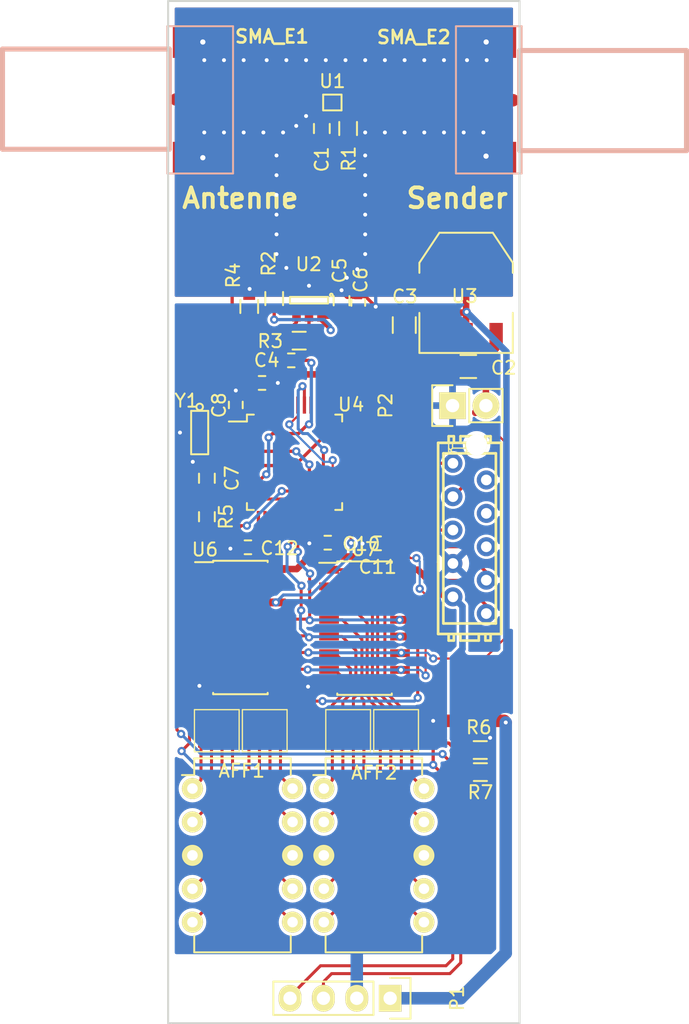
<source format=kicad_pcb>
(kicad_pcb (version 20221018) (generator pcbnew)
  (layers (0 "F.Cu" signal) (31 "B.Cu" signal) (34 "B.Paste" user) (35 "F.Paste" user) (36 "B.SilkS" user "B.Silkscreen") (37 "F.SilkS" user "F.Silkscreen") (38 "B.Mask" user) (39 "F.Mask" user) (44 "Edge.Cuts" user))
  (net 0 "")
  (net 1 "Net-(C2-Pad1)")
  (net 2 "GND")
  (net 3 "Net-(C4-Pad1)")
  (net 4 "Net-(R1-Pad1)")
  (net 5 "Net-(R2-Pad1)")
  (net 6 "Net-(R3-Pad2)")
  (net 7 "Net-(SMA_E1-Pad1)")
  (net 8 "Net-(SMA_E2-Pad1)")
  (net 9 "Net-(C1-Pad2)")
  (net 10 "Net-(U4-Pad2)")
  (net 11 "Net-(U4-Pad3)")
  (net 12 "Net-(U4-Pad4)")
  (net 13 "Net-(U4-Pad5)")
  (net 14 "Net-(U4-Pad6)")
  (net 15 "Net-(U4-Pad10)")
  (net 16 "Net-(U4-Pad12)")
  (net 17 "Net-(U4-Pad13)")
  (net 18 "Net-(U4-Pad14)")
  (net 19 "Net-(U4-Pad15)")
  (net 20 "Net-(U4-Pad16)")
  (net 21 "Net-(U4-Pad17)")
  (net 22 "Net-(U4-Pad20)")
  (net 23 "Net-(U4-Pad25)")
  (net 24 "Net-(U4-Pad26)")
  (net 25 "Net-(U4-Pad27)")
  (net 26 "Net-(U4-Pad28)")
  (net 27 "Net-(U4-Pad29)")
  (net 28 "Net-(U4-Pad32)")
  (net 29 "Net-(U4-Pad33)")
  (net 30 "Net-(U4-Pad35)")
  (net 31 "Net-(U4-Pad36)")
  (net 32 "Net-(U4-Pad38)")
  (net 33 "Net-(U4-Pad40)")
  (net 34 "Net-(U4-Pad43)")
  (net 35 "Net-(U4-Pad45)")
  (net 36 "Net-(U4-Pad46)")
  (net 37 "Net-(C1-Pad1)")
  (net 38 "+3V3")
  (net 39 "Net-(C7-Pad2)")
  (net 40 "/reset")
  (net 41 "/u1_tx")
  (net 42 "/u1_rx")
  (net 43 "/tms")
  (net 44 "/tck")
  (net 45 "Net-(U5-Pad4)")
  (net 46 "Net-(U5-Pad2)")
  (net 47 "Net-(U5-Pad6)")
  (net 48 "Net-(AFF1-Pad1)")
  (net 49 "Net-(AFF1-Pad2)")
  (net 50 "Net-(AFF1-Pad4)")
  (net 51 "Net-(AFF1-Pad5)")
  (net 52 "Net-(AFF1-Pad6)")
  (net 53 "Net-(AFF1-Pad7)")
  (net 54 "Net-(AFF1-Pad9)")
  (net 55 "Net-(AFF1-Pad10)")
  (net 56 "Net-(U6-Pad9)")
  (net 57 "Net-(RP1-Pad1)")
  (net 58 "Net-(RP1-Pad2)")
  (net 59 "Net-(RP1-Pad3)")
  (net 60 "Net-(RP1-Pad4)")
  (net 61 "Net-(RP2-Pad1)")
  (net 62 "Net-(RP2-Pad2)")
  (net 63 "Net-(RP2-Pad3)")
  (net 64 "Net-(RP2-Pad4)")
  (net 65 "Net-(AFF2-Pad1)")
  (net 66 "Net-(AFF2-Pad2)")
  (net 67 "Net-(AFF2-Pad4)")
  (net 68 "Net-(AFF2-Pad5)")
  (net 69 "Net-(AFF2-Pad6)")
  (net 70 "Net-(AFF2-Pad7)")
  (net 71 "Net-(AFF2-Pad9)")
  (net 72 "Net-(AFF2-Pad10)")
  (net 73 "Net-(RP3-Pad1)")
  (net 74 "Net-(RP3-Pad2)")
  (net 75 "Net-(RP3-Pad3)")
  (net 76 "Net-(RP3-Pad4)")
  (net 77 "Net-(RP4-Pad1)")
  (net 78 "Net-(RP4-Pad2)")
  (net 79 "Net-(RP4-Pad3)")
  (net 80 "Net-(RP4-Pad4)")
  (net 81 "Net-(U7-Pad9)")
  (net 82 "/spi_cs")
  (net 83 "/shift_en")
  (net 84 "/oled_scl")
  (net 85 "/oled_sda")
  (net 86 "/spi_sck")
  (net 87 "/spi_mosi")
  (net 88 "/shift_clear")
  (footprint "Resistors_SMD:R_0805" (layer "F.Cu") (at 171.35 116.8 180)
    (fp_text reference "C2")
    (fp_text value "10uF")
  )
  (footprint "Resistors_SMD:R_0805" (layer "F.Cu") (at 166.475 113.65 -90)
    (fp_text reference "C3")
    (fp_text value "10uF")
  )
  (footprint "Resistors_SMD:R_0402" (layer "F.Cu") (at 157.8722 116.3337 180)
    (fp_text reference "C4")
    (fp_text value "100nF")
  )
  (footprint "Resistors_SMD:R_0402" (layer "F.Cu") (at 162.9722 111.9337 90)
    (fp_text reference "C6")
    (fp_text value "100nF")
  )
  (footprint "Resistors_SMD:R_0603" (layer "F.Cu") (at 162.2 98.7 -90)
    (fp_text reference "R1")
    (fp_text value "50R")
  )
  (footprint "Resistors_SMD:R_0603" (layer "F.Cu") (at 156.5722 111.6337 -90)
    (fp_text reference "R2")
    (fp_text value "22k")
  )
  (footprint "Resistors_SMD:R_0603" (layer "F.Cu") (at 158.4722 114.8337 180)
    (fp_text reference "R3")
    (fp_text value "10k")
  )
  (footprint "Resistors_SMD:R_0603" (layer "F.Cu") (at 154.6722 112.2337 90)
    (fp_text reference "R4")
    (fp_text value "10k")
  )
  (footprint "TO_SOT_Packages_SMD:SOT-23-6" (layer "F.Cu") (at 159.2222 111.7587 -90)
    (fp_text reference "U2")
    (fp_text value "LTC5530" hide)
  )
  (footprint "TO_SOT_Packages_SMD:SOT-223" (layer "F.Cu") (at 171.1822 111.1987)
    (fp_text reference "U3")
    (fp_text value "LM1117_SOT223" hide)
  )
  (footprint "Housings_QFP:LQFP-48_7x7mm_Pitch0.5mm" (layer "F.Cu") (at 158.1222 124.0837)
    (fp_text reference "U4")
    (fp_text value "STM32F030C8Tx" hide)
  )
  (footprint "Toni:CP0603_directional_coupler" (layer "F.Cu") (at 161 96.72)
    (fp_text reference "U1")
    (fp_text value "CP0x0xx5425xNTR_Directional_Coupler" hide)
  )
  (footprint "Capacitors_SMD:C_0603" (layer "F.Cu") (at 160.2 98.7 -90)
    (fp_text reference "C1")
    (fp_text value "39pF")
  )
  (footprint "Capacitors_SMD:C_0603" (layer "F.Cu") (at 161.7 111.8 90)
    (fp_text reference "C5")
    (fp_text value "100pF")
  )
  (footprint "Capacitors_SMD:C_0603" (layer "F.Cu") (at 151.45 125.3 -90)
    (fp_text reference "C7")
    (fp_text value "1uF")
  )
  (footprint "Resistors_SMD:R_0402" (layer "F.Cu") (at 153.65 119.725 90)
    (fp_text reference "C8")
    (fp_text value "100nF")
  )
  (footprint "Resistors_SMD:R_0402" (layer "F.Cu") (at 155.65 118.05)
    (fp_text reference "C9" hide)
    (fp_text value "100nF")
  )
  (footprint "Resistors_SMD:R_0402" (layer "F.Cu") (at 160.65 130.2 180)
    (fp_text reference "C10")
    (fp_text value "100nF" hide)
  )
  (footprint "Capacitors_SMD:C_0603" (layer "F.Cu") (at 151.45 128.225 90)
    (fp_text reference "R5")
    (fp_text value "10R")
  )
  (footprint "Philipp:MICROMATCH-10" (layer "F.Cu") (at 171.45 129.875 90)
    (fp_text reference "U5")
    (fp_text value "STM32_mmvisual_JTAG" hide)
  )
  (footprint "Toni:CerOsc_3,2x1,3" (layer "F.Cu") (at 150.9 121.775 -90)
    (fp_text reference "Y1")
    (fp_text value "8 MHz" hide)
  )
  (footprint "Housings_DIP:DIP-10_W7.62mm" (layer "F.Cu") (at 150.35 148.9)
    (fp_text reference "AFF1")
    (fp_text value "7SEGMENTS" hide)
  )
  (footprint "Housings_SOIC:SOIC-16_3.9x9.9mm_Pitch1.27mm" (layer "F.Cu") (at 154 136.65)
    (fp_text reference "U6")
    (fp_text value "74HC595" hide)
  )
  (footprint "Toni:R_array_4" (layer "F.Cu") (at 155.85 144.5 180)
    (fp_text reference "RP1" hide)
    (fp_text value "R_PACK4" hide)
  )
  (footprint "Toni:R_array_4" (layer "F.Cu") (at 152.2 144.5 180)
    (fp_text reference "RP2" hide)
    (fp_text value "R_PACK4" hide)
  )
  (footprint "Housings_DIP:DIP-10_W7.62mm" (layer "F.Cu") (at 160.35 148.9)
    (fp_text reference "AFF2")
    (fp_text value "7SEGMENTS" hide)
  )
  (footprint "Toni:R_array_4" (layer "F.Cu") (at 165.85 144.5 180)
    (fp_text reference "RP3" hide)
    (fp_text value "R_PACK4" hide)
  )
  (footprint "Toni:R_array_4" (layer "F.Cu") (at 162.2 144.5 180)
    (fp_text reference "RP4" hide)
    (fp_text value "R_PACK4" hide)
  )
  (footprint "Housings_SOIC:SOIC-16_3.9x9.9mm_Pitch1.27mm" (layer "F.Cu") (at 163.45 136.7)
    (fp_text reference "U7")
    (fp_text value "74HC595" hide)
  )
  (footprint "Resistors_SMD:R_0402" (layer "F.Cu") (at 164.45 130.25 180)
    (fp_text reference "C11")
    (fp_text value "100nF" hide)
  )
  (footprint "Resistors_SMD:R_0402" (layer "F.Cu") (at 154.575 130.55 180)
    (fp_text reference "C12")
    (fp_text value "100nF" hide)
  )
  (footprint "Pin_Headers:Pin_Header_Straight_1x04" (layer "F.Cu") (at 165.4 164.85 -90)
    (fp_text reference "P1")
    (fp_text value "Oled")
  )
  (footprint "Pin_Headers:Pin_Header_Straight_1x02" (layer "F.Cu") (at 170.15 119.775 90)
    (fp_text reference "P2")
    (fp_text value "Vin")
  )
  (footprint "Resistors_SMD:R_0603" (layer "F.Cu") (at 172.26 145.97 180)
    (fp_text reference "R6")
    (fp_text value "3,3k")
  )
  (footprint "Resistors_SMD:R_0603" (layer "F.Cu") (at 172.27 147.65 180)
    (fp_text reference "R7")
    (fp_text value "3,3k")
  )
  (footprint "Toni:SMA_EDGE_Johnson_142-0701-801" (layer "B.Cu") (at 142.24 96.52 180)
    (fp_text reference "SMA_E1")
    (fp_text value "SMA_out" hide)
  )
  (footprint "Toni:SMA_EDGE_Johnson_142-0701-801" (layer "B.Cu") (at 181.61 96.52)
    (fp_text reference "SMA_E2")
    (fp_text value "SMA_in" hide)
  )
  (gr_line (start 148.5 166.75) (end 148.5 89) (stroke (width 0.15)) (layer "Edge.Cuts"))
  (gr_line (start 175.25 166.75) (end 148.75 166.75) (stroke (width 0.15)) (layer "Edge.Cuts"))
  (gr_line (start 148.75 166.75) (end 148.5 166.75) (stroke (width 0.15)) (layer "Edge.Cuts"))
  (gr_line (start 148.5 89) (end 175.25 89) (stroke (width 0.15)) (layer "Edge.Cuts"))
  (gr_line (start 175.25 89) (end 175.25 166.75) (stroke (width 0.15)) (layer "Edge.Cuts"))
  (gr_text "Antenne" (at 154 104) (layer "F.SilkS") (effects (font (size 1.5 1.5) (thickness 0.3))))
  (gr_text "Sender" (at 170.5 104) (layer "F.SilkS") (effects (font (size 1.5 1.5) (thickness 0.3))))
  (segment (start 158.999999 143.325001) (end 158.996001 143.328999) (width 0.152) (layer "F.Cu") (net 0))
  (segment (start 172.3 116.6) (end 173.4682 115.4318) (width 0.5) (layer "F.Cu") (net 1))
  (segment (start 173.4682 115.4318) (end 173.4682 114.5007) (width 0.5) (layer "F.Cu") (net 1))
  (segment (start 172.69 117.19) (end 172.3 116.8) (width 0.5) (layer "F.Cu") (net 1))
  (segment (start 171.8822 120.3237) (end 171.8822 120.2737) (width 0.5) (layer "F.Cu") (net 1))
  (segment (start 172.69 119.775) (end 172.69 117.19) (width 0.5) (layer "F.Cu") (net 1))
  (segment (start 172.3 116.8) (end 172.3 116.6) (width 0.5) (layer "F.Cu") (net 1))
  (segment (start 172.7 100.8) (end 172.71 100.81) (width 0.25) (layer "F.Cu") (net 2))
  (segment (start 172.71 100.81) (end 172.71 100.92) (width 0.25) (layer "F.Cu") (net 2))
  (segment (start 157.2722 116.3337) (end 156.4722 115.5337) (width 0.25) (layer "F.Cu") (net 2))
  (segment (start 156.4722 115.5337) (end 156.4722 115.2337) (width 0.25) (layer "F.Cu") (net 2))
  (segment (start 156.4722 115.2337) (end 155.9722 114.7337) (width 0.25) (layer "F.Cu") (net 2))
  (segment (start 155.9722 114.7337) (end 154.3722 114.7337) (width 0.25) (layer "F.Cu") (net 2))
  (segment (start 154.3722 114.7337) (end 153.3722 113.7337) (width 0.25) (layer "F.Cu") (net 2))
  (segment (start 153.3722 113.7337) (end 153.3722 111.2337) (width 0.25) (layer "F.Cu") (net 2))
  (segment (start 151.14 99.11) (end 151.25 99) (width 0.25) (layer "F.Cu") (net 2))
  (segment (start 152.75 99) (end 154.25 99) (width 0.25) (layer "F.Cu") (net 2))
  (segment (start 155.75 99) (end 157.25 99) (width 0.25) (layer "F.Cu") (net 2))
  (segment (start 172.71 99.21) (end 172.5 99) (width 0.25) (layer "F.Cu") (net 2))
  (segment (start 171 99) (end 169.5 99) (width 0.25) (layer "F.Cu") (net 2))
  (segment (start 168 99) (end 166.5 99) (width 0.25) (layer "F.Cu") (net 2))
  (segment (start 165 99) (end 163.5 99) (width 0.25) (layer "F.Cu") (net 2))
  (segment (start 163.5 100.75) (end 163.5 102.25) (width 0.25) (layer "F.Cu") (net 2))
  (segment (start 163.5 103.75) (end 163.5 105.25) (width 0.25) (layer "F.Cu") (net 2))
  (segment (start 163.5 106.75) (end 163.5 108.25) (width 0.25) (layer "F.Cu") (net 2))
  (segment (start 156.75 100.75) (end 156.75 102.25) (width 0.25) (layer "F.Cu") (net 2))
  (segment (start 156.75 103.75) (end 156.75 105.25) (width 0.25) (layer "F.Cu") (net 2))
  (segment (start 156.75 106.75) (end 156.75 108.25) (width 0.25) (layer "F.Cu") (net 2))
  (segment (start 151.25 93.5) (end 152.75 93.5) (width 0.25) (layer "F.Cu") (net 2))
  (segment (start 154.25 93.5) (end 155.75 93.5) (width 0.25) (layer "F.Cu") (net 2))
  (segment (start 155.75 93.5) (end 156 93.5) (width 0.25) (layer "F.Cu") (net 2))
  (segment (start 157.5 93.5) (end 159 93.5) (width 0.25) (layer "F.Cu") (net 2))
  (segment (start 160.5 93.5) (end 162 93.5) (width 0.25) (layer "F.Cu") (net 2))
  (segment (start 163.5 93.5) (end 165 93.5) (width 0.25) (layer "F.Cu") (net 2))
  (segment (start 166.5 93.5) (end 168 93.5) (width 0.25) (layer "F.Cu") (net 2))
  (segment (start 169.5 93.5) (end 171.25 93.5) (width 0.25) (layer "F.Cu") (net 2))
  (segment (start 162.1337 111.4837) (end 161.7 111.05) (width 0.356352) (layer "F.Cu") (net 2))
  (segment (start 161.7 111) (end 161.7 111.05) (width 0.356352) (layer "F.Cu") (net 2))
  (segment (start 154.6722 110.9278) (end 154.7 110.9) (width 0.23) (layer "F.Cu") (net 2))
  (segment (start 163.5 108.8) (end 162.9 109.4) (width 0.23) (layer "F.Cu") (net 2))
  (segment (start 159.3 130.2) (end 159.25 130.25) (width 0.25) (layer "F.Cu") (net 2))
  (segment (start 152.475 124.8337) (end 151.7337 124.8337) (width 0.25) (layer "F.Cu") (net 2))
  (segment (start 149.45 121.775) (end 149.4 121.825) (width 0.25) (layer "F.Cu") (net 2))
  (segment (start 159.155 141.145) (end 159.15 141.15) (width 0.5) (layer "F.Cu") (net 2))
  (segment (start 150.875 124.55) (end 150.375 124.05) (width 0.356352) (layer "F.Cu") (net 2))
  (segment (start 163.325 130.25) (end 163.3 130.275) (width 0.356352) (layer "F.Cu") (net 2))
  (segment (start 174.2 143.875) (end 174.075 143.75) (width 0.95) (layer "F.Cu") (net 2))
  (segment (start 174.075 143.75) (end 168.675 143.75) (width 0.95) (layer "F.Cu") (net 2))
  (segment (start 168.7969 114.6) (end 168.8962 114.5007) (width 0.356352) (layer "F.Cu") (net 2))
  (segment (start 168.8962 115.2962) (end 170.4 116.8) (width 0.5) (layer "F.Cu") (net 2))
  (segment (start 170.15 117.05) (end 170.4 116.8) (width 0.5) (layer "F.Cu") (net 2))
  (segment (start 163.5337 111.4837) (end 164.3 112.25) (width 0.25) (layer "F.Cu") (net 2))
  (segment (start 164 130.25) (end 163.325 130.25) (width 0.356352) (layer "F.Cu") (net 2))
  (segment (start 157.3722 120.6337) (end 156.9059 121.1) (width 0.25) (layer "F.Cu") (net 2))
  (segment (start 155.8722 120.9722) (end 155.8722 119.7337) (width 0.25) (layer "F.Cu") (net 2))
  (segment (start 172.71 100.92) (end 172.71 99.21) (width 0.25) (layer "F.Cu") (net 2))
  (segment (start 151.14 100.92) (end 151.14 99.11) (width 0.25) (layer "F.Cu") (net 2))
  (segment (start 166.475 114.6) (end 168.7969 114.6) (width 0.356352) (layer "F.Cu") (net 2))
  (segment (start 169.9822 120.3237) (end 169.9822 120.1937) (width 0.5) (layer "F.Cu") (net 2))
  (segment (start 150.9 121.775) (end 149.45 121.775) (width 0.25) (layer "F.Cu") (net 2))
  (segment (start 157.3722 119.7337) (end 157.3722 120.6337) (width 0.25) (layer "F.Cu") (net 2))
  (segment (start 156 121.1) (end 155.8722 120.9722) (width 0.25) (layer "F.Cu") (net 2))
  (segment (start 153.3722 111.2337) (end 154.3663 111.2337) (width 0.25) (layer "F.Cu") (net 2))
  (segment (start 157.4222 116.3337) (end 157.2722 116.3337) (width 0.25) (layer "F.Cu") (net 2))
  (segment (start 154.6722 111.4837) (end 154.6722 110.9278) (width 0.23) (layer "F.Cu") (net 2))
  (segment (start 160.3722 128.4337) (end 160.3722 130.0278) (width 0.25) (layer "F.Cu") (net 2))
  (segment (start 156.1 118.05) (end 156.1 118.15) (width 0.25) (layer "F.Cu") (net 2))
  (segment (start 151.241685 141.036685) (end 150.931874 141.036685) (width 0.5) (layer "F.Cu") (net 2))
  (segment (start 151.45 124.55) (end 150.875 124.55) (width 0.356352) (layer "F.Cu") (net 2))
  (segment (start 162.9722 111.4837) (end 162.1337 111.4837) (width 0.356352) (layer "F.Cu") (net 2))
  (segment (start 151.3 141.095) (end 151.241685 141.036685) (width 0.5) (layer "F.Cu") (net 2))
  (segment (start 160.3722 130.0278) (end 160.2 130.2) (width 0.25) (layer "F.Cu") (net 2))
  (segment (start 155.8722 118.3778) (end 155.8722 118.6778) (width 0.25) (layer "F.Cu") (net 2))
  (segment (start 154.125 130.55) (end 153.341465 130.55) (width 0.356352) (layer "F.Cu") (net 2))
  (segment (start 163.5 108.25) (end 163.5 108.8) (width 0.23) (layer "F.Cu") (net 2))
  (segment (start 159 97.75) (end 158.25 98.5) (width 0.25) (layer "F.Cu") (net 2))
  (segment (start 170.15 119.775) (end 170.15 117.05) (width 0.5) (layer "F.Cu") (net 2))
  (segment (start 160.75 141.145) (end 159.155 141.145) (width 0.5) (layer "F.Cu") (net 2))
  (segment (start 154.3663 111.2337) (end 154.7 110.9) (width 0.25) (layer "F.Cu") (net 2))
  (segment (start 153.65 119.275) (end 153.65 118.625) (width 0.25) (layer "F.Cu") (net 2))
  (segment (start 156.1 118.05) (end 156.85 118.05) (width 0.25) (layer "F.Cu") (net 2))
  (segment (start 162.9722 111.4837) (end 163.5337 111.4837) (width 0.25) (layer "F.Cu") (net 2))
  (segment (start 150.931874 141.036685) (end 150.879494 141.089065) (width 0.5) (layer "F.Cu") (net 2))
  (segment (start 151.7337 124.8337) (end 151.45 124.55) (width 0.25) (layer "F.Cu") (net 2))
  (segment (start 159.3 130.2) (end 160.2 130.2) (width 0.25) (layer "F.Cu") (net 2))
  (segment (start 168.8962 114.5007) (end 168.8962 115.2962) (width 0.5) (layer "F.Cu") (net 2))
  (segment (start 156.9059 121.1) (end 156 121.1) (width 0.25) (layer "F.Cu") (net 2))
  (segment (start 156.1 118.15) (end 155.8722 118.3778) (width 0.25) (layer "F.Cu") (net 2))
  (segment (start 155.8722 119.7337) (end 155.8722 118.6778) (width 0.25) (layer "F.Cu") (net 2))
  (segment (start 153.7722 124.8337) (end 152.475 124.8337) (width 0.25) (layer "F.Cu") (net 2))
  (segment (start 153.341465 130.55) (end 153.238984 130.652481) (width 0.356352) (layer "F.Cu") (net 2))
  (via (at 168.675 143.75) (size 0.63) (drill 0.3) (layers "F.Cu" "B.Cu") (net 2))
  (via (at 165 93.5) (size 0.63) (drill 0.3) (layers "F.Cu" "B.Cu") (net 2))
  (via (at 166.5 93.5) (size 0.63) (drill 0.3) (layers "F.Cu" "B.Cu") (net 2))
  (via (at 174.2 143.875) (size 0.63) (drill 0.3) (layers "F.Cu" "B.Cu") (net 2))
  (via (at 162.9 109.4) (size 0.63) (drill 0.3) (layers "F.Cu" "B.Cu") (net 2))
  (via (at 151.25 99) (size 0.63) (drill 0.3) (layers "F.Cu" "B.Cu") (net 2))
  (via (at 163.5 100.75) (size 0.63) (drill 0.3) (layers "F.Cu" "B.Cu") (net 2))
  (via (at 158.25 98.5) (size 0.63) (drill 0.3) (layers "F.Cu" "B.Cu") (net 2))
  (via (at 163.5 105.25) (size 0.63) (drill 0.3) (layers "F.Cu" "B.Cu") (net 2))
  (via (at 163.5 99) (size 0.63) (drill 0.3) (layers "F.Cu" "B.Cu") (net 2))
  (via (at 150.879494 141.089065) (size 0.63) (drill 0.3) (layers "F.Cu" "B.Cu") (net 2))
  (via (at 152.75 93.5) (size 0.63) (drill 0.3) (layers "F.Cu" "B.Cu") (net 2))
  (via (at 153.238984 130.652481) (size 0.63) (drill 0.3) (layers "F.Cu" "B.Cu") (net 2))
  (via (at 155.75 99) (size 0.63) (drill 0.3) (layers "F.Cu" "B.Cu") (net 2))
  (via (at 165 99) (size 0.63) (drill 0.3) (layers "F.Cu" "B.Cu") (net 2))
  (via (at 156.75 103.75) (size 0.63) (drill 0.3) (layers "F.Cu" "B.Cu") (net 2))
  (via (at 162.1 110.05) (size 0.63) (drill 0.3) (layers "F.Cu" "B.Cu") (net 2))
  (via (at 159.25 130.25) (size 0.63) (drill 0.3) (layers "F.Cu" "B.Cu") (net 2))
  (via (at 159 97.75) (size 0.63) (drill 0.3) (layers "F.Cu" "B.Cu") (net 2))
  (via (at 151.14 92.12) (size 0.6) (drill 0.4) (layers "F.Cu" "B.Cu") (net 2))
  (via (at 163.5 108.25) (size 0.63) (drill 0.3) (layers "F.Cu" "B.Cu") (net 2))
  (via (at 149.4 121.825) (size 0.63) (drill 0.3) (layers "F.Cu" "B.Cu") (net 2))
  (via (at 154.7 110.9) (size 0.63) (drill 0.3) (layers "F.Cu" "B.Cu") (net 2))
  (via (at 152.75 99) (size 0.63) (drill 0.3) (layers "F.Cu" "B.Cu") (net 2))
  (via (at 161.7 111) (size 0.63) (drill 0.3) (layers "F.Cu" "B.Cu") (net 2))
  (via (at 150.375 124.05) (size 0.63) (drill 0.3) (layers "F.Cu" "B.Cu") (net 2))
  (via (at 157.5 93.5) (size 0.63) (drill 0.3) (layers "F.Cu" "B.Cu") (net 2))
  (via (at 157.25 99) (size 0.63) (drill 0.3) (layers "F.Cu" "B.Cu") (net 2))
  (via (at 156.85 118.05) (size 0.63) (drill 0.3) (layers "F.Cu" "B.Cu") (net 2))
  (via (at 156.75 100.75) (size 0.63) (drill 0.3) (layers "F.Cu" "B.Cu") (net 2))
  (via (at 159.2222 110.6587) (size 0.63) (drill 0.3) (layers "F.Cu" "B.Cu") (net 2))
  (via (at 156.75 108.25) (size 0.63) (drill 0.3) (layers "F.Cu" "B.Cu") (net 2))
  (via (at 160.5 93.5) (size 0.63) (drill 0.3) (layers "F.Cu" "B.Cu") (net 2))
  (via (at 172.75 93.5) (size 0.63) (drill 0.3) (layers "F.Cu" "B.Cu") (net 2))
  (via (at 159.15 141.15) (size 0.63) (drill 0.3) (layers "F.Cu" "B.Cu") (net 2))
  (via (at 172.7 100.8) (size 0.6) (drill 0.4) (layers "F.Cu" "B.Cu") (net 2))
  (via (at 166.5 99) (size 0.63) (drill 0.3) (layers "F.Cu" "B.Cu") (net 2))
  (via (at 156 93.5) (size 0.63) (drill 0.3) (layers "F.Cu" "B.Cu") (net 2))
  (via (at 169.5 99) (size 0.63) (drill 0.3) (layers "F.Cu" "B.Cu") (net 2))
  (via (at 168 99) (size 0.63) (drill 0.3) (layers "F.Cu" "B.Cu") (net 2))
  (via (at 163.5 106.75) (size 0.63) (drill 0.3) (layers "F.Cu" "B.Cu") (net 2))
  (via (at 169.5 93.5) (size 0.63) (drill 0.3) (layers "F.Cu" "B.Cu") (net 2))
  (via (at 172.5 99) (size 0.63) (drill 0.3) (layers "F.Cu" "B.Cu") (net 2))
  (via (at 156.75 106.75) (size 0.63) (drill 0.3) (layers "F.Cu" "B.Cu") (net 2))
  (via (at 154.25 99) (size 0.63) (drill 0.3) (layers "F.Cu" "B.Cu") (net 2))
  (via (at 171.25 93.5) (size 0.63) (drill 0.3) (layers "F.Cu" "B.Cu") (net 2))
  (via (at 163.5 93.5) (size 0.63) (drill 0.3) (layers "F.Cu" "B.Cu") (net 2))
  (via (at 159 93.5) (size 0.63) (drill 0.3) (layers "F.Cu" "B.Cu") (net 2))
  (via (at 151.25 93.5) (size 0.63) (drill 0.3) (layers "F.Cu" "B.Cu") (net 2))
  (via (at 172.71 92.12) (size 0.6) (drill 0.4) (layers "F.Cu" "B.Cu") (net 2))
  (via (at 163.3 130.275) (size 0.63) (drill 0.3) (layers "F.Cu" "B.Cu") (net 2))
  (via (at 154.25 93.5) (size 0.63) (drill 0.3) (layers "F.Cu" "B.Cu") (net 2))
  (via (at 151.14 100.92) (size 0.6) (drill 0.4) (layers "F.Cu" "B.Cu") (net 2))
  (via (at 164.3 112.25) (size 0.63) (drill 0.3) (layers "F.Cu" "B.Cu") (net 2))
  (via (at 156.75 102.25) (size 0.63) (drill 0.3) (layers "F.Cu" "B.Cu") (net 2))
  (via (at 171 99) (size 0.63) (drill 0.3) (layers "F.Cu" "B.Cu") (net 2))
  (via (at 157.5 109.3) (size 0.63) (drill 0.3) (layers "F.Cu" "B.Cu") (net 2))
  (via (at 153.65 118.625) (size 0.63) (drill 0.3) (layers "F.Cu" "B.Cu") (net 2))
  (via (at 168 93.5) (size 0.63) (drill 0.3) (layers "F.Cu" "B.Cu") (net 2))
  (via (at 162 93.5) (size 0.63) (drill 0.3) (layers "F.Cu" "B.Cu") (net 2))
  (via (at 163.5 102.25) (size 0.63) (drill 0.3) (layers "F.Cu" "B.Cu") (net 2))
  (via (at 156.75 105.25) (size 0.63) (drill 0.3) (layers "F.Cu" "B.Cu") (net 2))
  (via (at 163.5 103.75) (size 0.63) (drill 0.3) (layers "F.Cu" "B.Cu") (net 2))
  (segment (start 172.7 92.11) (end 172.71 92.12) (width 0.25) (layer "B.Cu") (net 2))
  (segment (start 172.7 92.1) (end 172.7 92.11) (width 0.25) (layer "B.Cu") (net 2))
  (segment (start 151.12 92.1) (end 151.14 92.12) (width 0.25) (layer "B.Cu") (net 2))
  (segment (start 151.1 92.1) (end 151.12 92.1) (width 0.25) (layer "B.Cu") (net 2))
  (segment (start 151.12 100.9) (end 151.14 100.92) (width 0.25) (layer "B.Cu") (net 2))
  (segment (start 151.1 100.9) (end 151.12 100.9) (width 0.25) (layer "B.Cu") (net 2))
  (segment (start 151.25 99) (end 152.75 99) (width 0.25) (layer "B.Cu") (net 2))
  (segment (start 154.25 99) (end 155.75 99) (width 0.25) (layer "B.Cu") (net 2))
  (segment (start 157.75 98.5) (end 157.25 99) (width 0.25) (layer "B.Cu") (net 2))
  (segment (start 157.75 98.5) (end 158.25 98.5) (width 0.25) (layer "B.Cu") (net 2))
  (segment (start 172.5 99) (end 171 99) (width 0.25) (layer "B.Cu") (net 2))
  (segment (start 169.5 99) (end 168 99) (width 0.25) (layer "B.Cu") (net 2))
  (segment (start 166.5 99) (end 165 99) (width 0.25) (layer "B.Cu") (net 2))
  (segment (start 163.5 99) (end 163.5 100.75) (width 0.25) (layer "B.Cu") (net 2))
  (segment (start 163.5 102.25) (end 163.5 103.75) (width 0.25) (layer "B.Cu") (net 2))
  (segment (start 163.5 105.25) (end 163.5 106.75) (width 0.25) (layer "B.Cu") (net 2))
  (segment (start 157.25 100.25) (end 156.75 100.75) (width 0.25) (layer "B.Cu") (net 2))
  (segment (start 156.75 102.25) (end 156.75 103.75) (width 0.25) (layer "B.Cu") (net 2))
  (segment (start 156.75 105.25) (end 156.75 106.75) (width 0.25) (layer "B.Cu") (net 2))
  (segment (start 151.14 93.14) (end 151.25 93.25) (width 0.25) (layer "B.Cu") (net 2))
  (segment (start 151.25 93.25) (end 151.25 93.5) (width 0.25) (layer "B.Cu") (net 2))
  (segment (start 152.75 93.5) (end 154.25 93.5) (width 0.25) (layer "B.Cu") (net 2))
  (segment (start 156 93.5) (end 157.5 93.5) (width 0.25) (layer "B.Cu") (net 2))
  (segment (start 159 93.5) (end 160.5 93.5) (width 0.25) (layer "B.Cu") (net 2))
  (segment (start 162 93.5) (end 163.5 93.5) (width 0.25) (layer "B.Cu") (net 2))
  (segment (start 165 93.5) (end 166.5 93.5) (width 0.25) (layer "B.Cu") (net 2))
  (segment (start 168 93.5) (end 169.5 93.5) (width 0.25) (layer "B.Cu") (net 2))
  (segment (start 171.25 93.5) (end 172.75 93.5) (width 0.25) (layer "B.Cu") (net 2))
  (segment (start 159.2 110.6809) (end 159.2222 110.6587) (width 0.356352) (layer "B.Cu") (net 2))
  (segment (start 159.2 110.7) (end 159.2 110.6809) (width 0.356352) (layer "B.Cu") (net 2))
  (segment (start 161.3587 110.6587) (end 161.7 111) (width 0.356352) (layer "B.Cu") (net 2))
  (segment (start 154.7 110.9) (end 154.7 110.8) (width 0.23) (layer "B.Cu") (net 2))
  (segment (start 156.75 108.55) (end 157.5 109.3) (width 0.23) (layer "B.Cu") (net 2))
  (segment (start 162.9 109.4) (end 162.25 110.05) (width 0.23) (layer "B.Cu") (net 2))
  (segment (start 162.25 110.05) (end 162.1 110.05) (width 0.23) (layer "B.Cu") (net 2))
  (segment (start 149.4 121.825) (end 149.35 121.775) (width 0.25) (layer "B.Cu") (net 2))
  (segment (start 159.15 130.35) (end 159.25 130.25) (width 0.5) (layer "B.Cu") (net 2))
  (segment (start 170.775 164.85) (end 174.2 161.425) (width 0.95) (layer "B.Cu") (net 2))
  (segment (start 174.2 161.425) (end 174.2 143.875) (width 0.95) (layer "B.Cu") (net 2))
  (segment (start 151.14 92.12) (end 151.14 93.14) (width 0.25) (layer "B.Cu") (net 2))
  (segment (start 153.684461 130.652481) (end 153.238984 130.652481) (width 0.23) (layer "B.Cu") (net 2))
  (segment (start 159.15 141.15) (end 150.940429 141.15) (width 0.5) (layer "B.Cu") (net 2))
  (segment (start 150.940429 141.15) (end 150.879494 141.089065) (width 0.5) (layer "B.Cu") (net 2))
  (segment (start 159.2222 110.6587) (end 161.3587 110.6587) (width 0.356352) (layer "B.Cu") (net 2))
  (segment (start 164.3 112.25) (end 164.3 110.8) (width 0.25) (layer "B.Cu") (net 2))
  (segment (start 164.3 110.8) (end 162.9 109.4) (width 0.25) (layer "B.Cu") (net 2))
  (segment (start 156.75 108.25) (end 156.75 108.55) (width 0.23) (layer "B.Cu") (net 2))
  (segment (start 165.4 164.85) (end 170.775 164.85) (width 0.95) (layer "B.Cu") (net 2))
  (segment (start 156.925 127.411942) (end 153.684461 130.652481) (width 0.23) (layer "B.Cu") (net 2))
  (segment (start 156.925 127.275) (end 156.925 127.411942) (width 0.23) (layer "B.Cu") (net 2))
  (segment (start 157.25 99) (end 157.25 100.25) (width 0.25) (layer "B.Cu") (net 2))
  (segment (start 158.4722 116.3337) (end 159.2222 115.5837) (width 0.25) (layer "F.Cu") (net 3))
  (segment (start 159.2222 115.5837) (end 159.2222 114.8337) (width 0.25) (layer "F.Cu") (net 3))
  (segment (start 154.5913 126.3337) (end 155.925 125) (width 0.25) (layer "F.Cu") (net 3))
  (segment (start 155.925 125) (end 155.975 125) (width 0.25) (layer "F.Cu") (net 3))
  (segment (start 156.15 122.2) (end 156.45 121.9) (width 0.25) (layer "F.Cu") (net 3))
  (segment (start 156.45 121.9) (end 158.425 121.9) (width 0.25) (layer "F.Cu") (net 3))
  (segment (start 158.425 121.9) (end 159.125 121.2) (width 0.25) (layer "F.Cu") (net 3))
  (segment (start 159.125 121.2) (end 159.225 121.2) (width 0.25) (layer "F.Cu") (net 3))
  (segment (start 159.4 116.525) (end 159.2087 116.3337) (width 0.25) (layer "F.Cu") (net 3))
  (segment (start 159.2087 116.3337) (end 158.3222 116.3337) (width 0.25) (layer "F.Cu") (net 3))
  (segment (start 158.3222 116.3337) (end 158.4722 116.3337) (width 0.25) (layer "F.Cu") (net 3))
  (segment (start 159.2222 112.8587) (end 159.2222 114.8337) (width 0.25) (layer "F.Cu") (net 3))
  (segment (start 153.7722 126.3337) (end 154.5913 126.3337) (width 0.25) (layer "F.Cu") (net 3))
  (via (at 156.15 122.2) (size 0.63) (drill 0.3) (layers "F.Cu" "B.Cu") (net 3))
  (via (at 159.4 116.525) (size 0.63) (drill 0.3) (layers "F.Cu" "B.Cu") (net 3))
  (via (at 159.225 121.2) (size 0.63) (drill 0.3) (layers "F.Cu" "B.Cu") (net 3))
  (via (at 155.975 125) (size 0.63) (drill 0.3) (layers "F.Cu" "B.Cu") (net 3))
  (segment (start 155.975 125) (end 156.15 124.825) (width 0.25) (layer "B.Cu") (net 3))
  (segment (start 156.15 124.825) (end 156.15 122.2) (width 0.25) (layer "B.Cu") (net 3))
  (segment (start 159.225 121.2) (end 159.4 121.025) (width 0.25) (layer "B.Cu") (net 3))
  (segment (start 159.4 121.025) (end 159.4 116.525) (width 0.25) (layer "B.Cu") (net 3))
  (segment (start 162.2 97.9) (end 162.2 97.95) (width 0.25) (layer "F.Cu") (net 4))
  (segment (start 161.40512 96.945) (end 162.2 97.73988) (width 0.23) (layer "F.Cu") (net 4))
  (segment (start 162.2 97.73988) (end 162.2 97.95) (width 0.23) (layer "F.Cu") (net 4))
  (segment (start 161.25 96.945) (end 161.40512 96.945) (width 0.23) (layer "F.Cu") (net 4))
  (segment (start 158.0472 110.8837) (end 158.2722 110.6587) (width 0.25) (layer "F.Cu") (net 5))
  (segment (start 156.5722 110.8837) (end 158.0472 110.8837) (width 0.25) (layer "F.Cu") (net 5))
  (segment (start 154.6722 113.0337) (end 155.5722 113.9337) (width 0.25) (layer "F.Cu") (net 6))
  (segment (start 155.5722 113.9337) (end 157.7722 113.9337) (width 0.25) (layer "F.Cu") (net 6))
  (segment (start 157.7722 113.9337) (end 158.2722 113.4337) (width 0.25) (layer "F.Cu") (net 6))
  (segment (start 158.2722 113.4337) (end 158.2722 112.8587) (width 0.25) (layer "F.Cu") (net 6))
  (segment (start 157.7222 113.9337) (end 157.7722 113.9337) (width 0.25) (layer "F.Cu") (net 6))
  (segment (start 157.7222 114.8337) (end 157.7222 113.9337) (width 0.25) (layer "F.Cu") (net 6))
  (segment (start 154.6722 112.9837) (end 154.6722 113.0337) (width 0.25) (layer "F.Cu") (net 6))
  (segment (start 159.31594 96.49) (end 159.31642 96.48952) (width 0.95) (layer "F.Cu") (net 7))
  (segment (start 159.32094 96.495) (end 159.31594 96.49) (width 0.23) (layer "F.Cu") (net 7))
  (segment (start 151.384 96.49) (end 159.31594 96.49) (width 0.95) (layer "F.Cu") (net 7))
  (segment (start 151.384 96.49) (end 149.098 96.49) (width 0.95) (layer "F.Cu") (net 7))
  (segment (start 160.75 96.495) (end 159.32094 96.495) (width 0.23) (layer "F.Cu") (net 7))
  (segment (start 172.411 96.495) (end 172.466 96.55) (width 0.356352) (layer "F.Cu") (net 8))
  (segment (start 162.56548 96.495) (end 162.62048 96.55) (width 0.23) (layer "F.Cu") (net 8))
  (segment (start 172.466 96.55) (end 174.752 96.55) (width 0.95) (layer "F.Cu") (net 8))
  (segment (start 162.62048 96.55) (end 172.466 96.55) (width 0.95) (layer "F.Cu") (net 8))
  (segment (start 161.25 96.495) (end 162.56548 96.495) (width 0.23) (layer "F.Cu") (net 8))
  (segment (start 160.2 110.6309) (end 160.1722 110.6587) (width 0.5) (layer "F.Cu") (net 9))
  (segment (start 160.2 110.6309) (end 160.1722 110.6587) (width 0.638258) (layer "F.Cu") (net 9))
  (segment (start 160.2 99.45) (end 160.2 110.6309) (width 0.638258) (layer "F.Cu") (net 9))
  (segment (start 153.0087 123.3337) (end 152.275 122.6) (width 0.16) (layer "F.Cu") (net 13))
  (segment (start 152.275 122.6) (end 152.275 121.05) (width 0.16) (layer "F.Cu") (net 13))
  (segment (start 152.275 121.05) (end 152.05 120.825) (width 0.16) (layer "F.Cu") (net 13))
  (segment (start 152.05 120.825) (end 150.9 120.825) (width 0.16) (layer "F.Cu") (net 13))
  (segment (start 153.7722 123.3337) (end 153.0087 123.3337) (width 0.16) (layer "F.Cu") (net 13))
  (segment (start 151.0087 122.8337) (end 150.9 122.725) (width 0.25) (layer "F.Cu") (net 14))
  (segment (start 151.35 122.725) (end 152.4587 123.8337) (width 0.16) (layer "F.Cu") (net 14))
  (segment (start 152.4587 123.8337) (end 153.7722 123.8337) (width 0.16) (layer "F.Cu") (net 14))
  (segment (start 150.9 122.725) (end 151.35 122.725) (width 0.16) (layer "F.Cu") (net 14))
  (segment (start 160.555 96.945) (end 160.45682 97.04318) (width 0.23) (layer "F.Cu") (net 37))
  (segment (start 160.45682 97.04318) (end 160.4 97.1) (width 0.23) (layer "F.Cu") (net 37))
  (segment (start 160.45682 97.69318) (end 160.2 97.95) (width 0.25) (layer "F.Cu") (net 37))
  (segment (start 160.75 96.945) (end 160.555 96.945) (width 0.23) (layer "F.Cu") (net 37))
  (segment (start 160.45682 97.04318) (end 160.45682 97.69318) (width 0.25) (layer "F.Cu") (net 37))
  (segment (start 160.8722 114.0337) (end 160.1722 113.3337) (width 0.25) (layer "F.Cu") (net 38))
  (segment (start 160.1722 113.3337) (end 160.1722 112.8587) (width 0.25) (layer "F.Cu") (net 38))
  (segment (start 161.3913 112.8587) (end 161.7 112.55) (width 0.638258) (layer "F.Cu") (net 38))
  (segment (start 161.8663 112.3837) (end 161.7 112.55) (width 0.356352) (layer "F.Cu") (net 38))
  (segment (start 159.25 124.25) (end 159.25 125.75) (width 0.25) (layer "F.Cu") (net 38))
  (segment (start 154.825 120.925) (end 154.825 121.825) (width 0.25) (layer "F.Cu") (net 38))
  (segment (start 154.825 120.8059) (end 155.3722 120.2587) (width 0.25) (layer "F.Cu") (net 38))
  (segment (start 154.075 120.175) (end 154.825 120.925) (width 0.25) (layer "F.Cu") (net 38))
  (segment (start 154.825 120.925) (end 154.825 120.8059) (width 0.25) (layer "F.Cu") (net 38))
  (segment (start 155.45 123.25) (end 154.825 122.625) (width 0.25) (layer "F.Cu") (net 38))
  (segment (start 154.825 122.625) (end 154.825 121.825) (width 0.25) (layer "F.Cu") (net 38))
  (segment (start 171.2243 114.5007) (end 171.1822 114.5007) (width 0.5) (layer "F.Cu") (net 38))
  (segment (start 158.295 132.205) (end 159.25 131.25) (width 0.5) (layer "F.Cu") (net 38))
  (segment (start 159.25 131.25) (end 165.145 131.25) (width 0.5) (layer "F.Cu") (net 38))
  (segment (start 165.145 131.25) (end 166.15 132.255) (width 0.5) (layer "F.Cu") (net 38))
  (segment (start 167.505 132.255) (end 169.57 134.32) (width 0.5) (layer "F.Cu") (net 38))
  (segment (start 169.57 134.32) (end 170.18 134.32) (width 0.5) (layer "F.Cu") (net 38))
  (segment (start 155.045 130.55) (end 156.7 132.205) (width 0.356352) (layer "F.Cu") (net 38))
  (segment (start 164.9 131.005) (end 165.145 131.25) (width 0.356352) (layer "F.Cu") (net 38))
  (segment (start 155.2 117.525) (end 155.525 117.2) (width 0.5) (layer "F.Cu") (net 38))
  (segment (start 155.525 117.2) (end 158.625 117.2) (width 0.5) (layer "F.Cu") (net 38))
  (segment (start 158.625 117.2) (end 158.825 117.4) (width 0.5) (layer "F.Cu") (net 38))
  (segment (start 158.825 117.4) (end 161.3 117.4) (width 0.5) (layer "F.Cu") (net 38))
  (segment (start 161.3 117.4) (end 164.875 113.825) (width 0.5) (layer "F.Cu") (net 38))
  (segment (start 164.875 113.825) (end 164.875 113.075) (width 0.5) (layer "F.Cu") (net 38))
  (segment (start 162.9722 112.6222) (end 163.425 113.075) (width 0.356352) (layer "F.Cu") (net 38))
  (segment (start 163.425 113.075) (end 164.875 113.075) (width 0.356352) (layer "F.Cu") (net 38))
  (segment (start 171.1822 112.7) (end 171.1572 112.725) (width 0.5) (layer "F.Cu") (net 38))
  (segment (start 171.1572 112.725) (end 171 112.725) (width 0.5) (layer "F.Cu") (net 38))
  (segment (start 171 112.725) (end 171.1822 112.725) (width 0.5) (layer "F.Cu") (net 38))
  (segment (start 171.1822 112.725) (end 171.1822 114.5007) (width 0.5) (layer "F.Cu") (net 38))
  (segment (start 165.25 112.7) (end 164.875 113.075) (width 0.5) (layer "F.Cu") (net 38))
  (segment (start 171.225 112.65) (end 171.1822 112.6928) (width 0.5) (layer "F.Cu") (net 38))
  (segment (start 171.1822 112.6928) (end 171.1822 112.7) (width 0.5) (layer "F.Cu") (net 38))
  (segment (start 173.01 147.64) (end 173.02 147.65) (width 0.25) (layer "F.Cu") (net 38))
  (segment (start 153.65 120.175) (end 154.075 120.175) (width 0.25) (layer "F.Cu") (net 38))
  (segment (start 162.9722 112.3837) (end 162.9722 112.6222) (width 0.356352) (layer "F.Cu") (net 38))
  (segment (start 160.8722 128.4337) (end 160.8722 129.9722) (width 0.25) (layer "F.Cu") (net 38))
  (segment (start 153.7722 121.3337) (end 154.2972 121.3337) (width 0.25) (layer "F.Cu") (net 38))
  (segment (start 155.025 130.55) (end 155.045 130.55) (width 0.356352) (layer "F.Cu") (net 38))
  (segment (start 155.2 118.05) (end 155.2 117.525) (width 0.5) (layer "F.Cu") (net 38))
  (segment (start 154.2972 121.3337) (end 154.825 120.8059) (width 0.25) (layer "F.Cu") (net 38))
  (segment (start 155.2 118.05) (end 155.2 118.7) (width 0.25) (layer "F.Cu") (net 38))
  (segment (start 153.205013 127.844987) (end 154.020053 127.844987) (width 0.25) (layer "F.Cu") (net 38))
  (segment (start 173.01 145.97) (end 173.01 145.04) (width 0.25) (layer "F.Cu") (net 38))
  (segment (start 166.475 112.7) (end 165.25 112.7) (width 0.5) (layer "F.Cu") (net 38))
  (segment (start 166.15 132.255) (end 167.505 132.255) (width 0.5) (layer "F.Cu") (net 38))
  (segment (start 156.5722 112.3837) (end 156.5722 113.2337) (width 0.25) (layer "F.Cu") (net 38))
  (segment (start 151.45 128.975) (end 152.075 128.975) (width 0.25) (layer "F.Cu") (net 38))
  (segment (start 153.7722 121.3337) (end 153.2087 121.3337) (width 0.25) (layer "F.Cu") (net 38))
  (segment (start 160.1722 112.8587) (end 161.3913 112.8587) (width 0.638258) (layer "F.Cu") (net 38))
  (segment (start 158.25 123.25) (end 155.45 123.25) (width 0.25) (layer "F.Cu") (net 38))
  (segment (start 159.009999 125.509999) (end 159.25 125.75) (width 0.25) (layer "F.Cu") (net 38))
  (segment (start 156.7 132.205) (end 158.295 132.205) (width 0.5) (layer "F.Cu") (net 38))
  (segment (start 164.9 130.25) (end 164.9 131.005) (width 0.356352) (layer "F.Cu") (net 38))
  (segment (start 171.1822 107.8967) (end 171.1822 112.725) (width 0.5) (layer "F.Cu") (net 38))
  (segment (start 160.8722 128.4337) (end 160.8722 127.363131) (width 0.25) (layer "F.Cu") (net 38))
  (segment (start 155.3722 120.2587) (end 155.3722 119.7337) (width 0.25) (layer "F.Cu") (net 38))
  (segment (start 155.2 118.7) (end 155.2385 118.7) (width 0.25) (layer "F.Cu") (net 38))
  (segment (start 160.8722 129.9722) (end 161.1 130.2) (width 0.25) (layer "F.Cu") (net 38))
  (segment (start 166.475 112.7) (end 171.1822 112.7) (width 0.5) (layer "F.Cu") (net 38))
  (segment (start 155.3722 118.8337) (end 155.3722 119.7337) (width 0.25) (layer "F.Cu") (net 38))
  (segment (start 154.020053 127.844987) (end 156.355041 125.509999) (width 0.25) (layer "F.Cu") (net 38))
  (segment (start 159.259069 125.75) (end 159.25 125.75) (width 0.25) (layer "F.Cu") (net 38))
  (segment (start 156.355041 125.509999) (end 159.009999 125.509999) (width 0.25) (layer "F.Cu") (net 38))
  (segment (start 160.8722 127.363131) (end 159.259069 125.75) (width 0.25) (layer "F.Cu") (net 38))
  (segment (start 162.9722 112.3837) (end 161.8663 112.3837) (width 0.356352) (layer "F.Cu") (net 38))
  (segment (start 155.2385 118.7) (end 155.3722 118.8337) (width 0.25) (layer "F.Cu") (net 38))
  (segment (start 152.075 128.975) (end 153.205013 127.844987) (width 0.25) (layer "F.Cu") (net 38))
  (segment (start 173.01 145.97) (end 173.01 147.64) (width 0.25) (layer "F.Cu") (net 38))
  (via (at 158.25 123.25) (size 0.63) (drill 0.3) (layers "F.Cu" "B.Cu") (net 38))
  (via (at 173.01 145.04) (size 0.63) (drill 0.3) (layers "F.Cu" "B.Cu") (net 38))
  (via (at 156.5722 113.2337) (size 0.63) (drill 0.3) (layers "F.Cu" "B.Cu") (net 38))
  (via (at 160.8722 114.0337) (size 0.63) (drill 0.3) (layers "F.Cu" "B.Cu") (net 38))
  (via (at 171.225 112.65) (size 0.63) (drill 0.3) (layers "F.Cu" "B.Cu") (net 38))
  (via (at 159.25 124.25) (size 0.63) (drill 0.3) (layers "F.Cu" "B.Cu") (net 38))
  (segment (start 156.5722 113.2337) (end 160.3722 113.2337) (width 0.25) (layer "B.Cu") (net 38))
  (segment (start 160.3722 113.2337) (end 160.8722 113.7337) (width 0.25) (layer "B.Cu") (net 38))
  (segment (start 160.8722 113.7337) (end 160.8722 114.0337) (width 0.25) (layer "B.Cu") (net 38))
  (segment (start 159.25 124.25) (end 158.25 123.25) (width 0.25) (layer "B.Cu") (net 38))
  (segment (start 157.97 153.98) (end 160.35 153.98) (width 0.5) (layer "B.Cu") (net 38))
  (segment (start 160.35 153.98) (end 163.32 153.98) (width 0.5) (layer "B.Cu") (net 38))
  (segment (start 173.75 139) (end 174.25 138.5) (width 0.5) (layer "B.Cu") (net 38))
  (segment (start 174.25 138.5) (end 174.25 120.5) (width 0.5) (layer "B.Cu") (net 38))
  (segment (start 162.86 154.44) (end 163.32 153.98) (width 0.95) (layer "B.Cu") (net 38))
  (segment (start 163.32 153.98) (end 167.97 153.98) (width 0.5) (layer "B.Cu") (net 38))
  (segment (start 174.25 115.675) (end 171.225 112.65) (width 0.5) (layer "B.Cu") (net 38))
  (segment (start 173.01 145.04) (end 172.97 145.08) (width 0.25) (layer "B.Cu") (net 38))
  (segment (start 172.97 145.08) (end 170.18 145.08) (width 0.25) (layer "B.Cu") (net 38))
  (segment (start 170.18 145.08) (end 170.18 139) (width 0.5) (layer "B.Cu") (net 38))
  (segment (start 174.25 120.5) (end 174.25 115.675) (width 0.5) (layer "B.Cu") (net 38))
  (segment (start 170.356559 145.256559) (end 170.18 145.08) (width 0.5) (layer "B.Cu") (net 38))
  (segment (start 162.86 164.85) (end 162.86 154.44) (width 0.95) (layer "B.Cu") (net 38))
  (segment (start 170.904999 138.275001) (end 170.904999 135.044999) (width 0.5) (layer "B.Cu") (net 38))
  (segment (start 170.18 147.408201) (end 170.356559 147.231642) (width 0.5) (layer "B.Cu") (net 38))
  (segment (start 170.904999 135.044999) (end 170.18 134.32) (width 0.5) (layer "B.Cu") (net 38))
  (segment (start 170.18 151.77) (end 170.18 147.408201) (width 0.5) (layer "B.Cu") (net 38))
  (segment (start 170.18 139) (end 170.904999 138.275001) (width 0.5) (layer "B.Cu") (net 38))
  (segment (start 170.356559 147.231642) (end 170.356559 145.256559) (width 0.5) (layer "B.Cu") (net 38))
  (segment (start 150.35 153.98) (end 157.97 153.98) (width 0.5) (layer "B.Cu") (net 38))
  (segment (start 170.18 139) (end 173.75 139) (width 0.5) (layer "B.Cu") (net 38))
  (segment (start 167.97 153.98) (end 170.18 151.77) (width 0.5) (layer "B.Cu") (net 38))
  (segment (start 152 125.75) (end 151.75 125.75) (width 0.25) (layer "F.Cu") (net 39))
  (segment (start 152.4163 125.3337) (end 152 125.75) (width 0.25) (layer "F.Cu") (net 39))
  (segment (start 151.75 125.75) (end 151.45 126.05) (width 0.25) (layer "F.Cu") (net 39))
  (segment (start 153.7722 125.3337) (end 152.4163 125.3337) (width 0.25) (layer "F.Cu") (net 39))
  (segment (start 151.45 127.475) (end 151.45 126.05) (width 0.25) (layer "F.Cu") (net 39))
  (segment (start 167.86 124.16) (end 163.875 120.175) (width 0.25) (layer "F.Cu") (net 40))
  (segment (start 163.875 120.175) (end 162.125 120.175) (width 0.25) (layer "F.Cu") (net 40))
  (segment (start 162.125 120.175) (end 160.2 122.1) (width 0.25) (layer "F.Cu") (net 40))
  (segment (start 160.2 122.1) (end 160.2 122.275) (width 0.25) (layer "F.Cu") (net 40))
  (segment (start 160.2 122.275) (end 158.1413 124.3337) (width 0.25) (layer "F.Cu") (net 40))
  (segment (start 158.1413 124.3337) (end 153.7722 124.3337) (width 0.25) (layer "F.Cu") (net 40))
  (segment (start 170.18 124.16) (end 167.86 124.16) (width 0.25) (layer "F.Cu") (net 40))
  (segment (start 163.9087 124.3337) (end 166.275 126.7) (width 0.25) (layer "F.Cu") (net 41))
  (segment (start 166.275 126.7) (end 166.275 129.9) (width 0.25) (layer "F.Cu") (net 41))
  (segment (start 169.45 133.075) (end 170.825 133.075) (width 0.25) (layer "F.Cu") (net 41))
  (segment (start 172.72 134.97) (end 170.825 133.075) (width 0.25) (layer "F.Cu") (net 41))
  (segment (start 172.72 134.97) (end 172.72 135.59) (width 0.25) (layer "F.Cu") (net 41))
  (segment (start 166.275 130.025) (end 166.75 130.5) (width 0.23) (layer "F.Cu") (net 41))
  (segment (start 166.75 130.5) (end 167.55 130.5) (width 0.23) (layer "F.Cu") (net 41))
  (segment (start 167.55 130.5) (end 168.9 131.85) (width 0.23) (layer "F.Cu") (net 41))
  (segment (start 168.9 131.85) (end 168.9 132.525) (width 0.23) (layer "F.Cu") (net 41))
  (segment (start 168.9 132.525) (end 169.45 133.075) (width 0.23) (layer "F.Cu") (net 41))
  (segment (start 166.275 129.9) (end 166.275 130.025) (width 0.23) (layer "F.Cu") (net 41))
  (segment (start 163.9087 124.3337) (end 162.4722 124.3337) (width 0.25) (layer "F.Cu") (net 41))
  (segment (start 164.2587 123.8337) (end 166.775 126.35) (width 0.25) (layer "F.Cu") (net 42))
  (segment (start 166.775 126.35) (end 166.775 128.9) (width 0.25) (layer "F.Cu") (net 42))
  (segment (start 166.775 128.9) (end 168.375 130.5) (width 0.25) (layer "F.Cu") (net 42))
  (segment (start 168.375 130.5) (end 170.775 130.5) (width 0.25) (layer "F.Cu") (net 42))
  (segment (start 170.775 130.5) (end 172.72 132.445) (width 0.25) (layer "F.Cu") (net 42))
  (segment (start 172.72 132.445) (end 172.72 133.05) (width 0.25) (layer "F.Cu") (net 42))
  (segment (start 162.4722 123.8337) (end 164.2587 123.8337) (width 0.25) (layer "F.Cu") (net 42))
  (segment (start 163.6837 122.3337) (end 167.5 126.15) (width 0.25) (layer "F.Cu") (net 43))
  (segment (start 167.5 126.15) (end 167.5 127.9) (width 0.25) (layer "F.Cu") (net 43))
  (segment (start 167.5 127.9) (end 168.84 129.24) (width 0.25) (layer "F.Cu") (net 43))
  (segment (start 168.84 129.24) (end 170.18 129.24) (width 0.25) (layer "F.Cu") (net 43))
  (segment (start 162.4722 122.3337) (end 163.6837 122.3337) (width 0.25) (layer "F.Cu") (net 43))
  (segment (start 160.8722 118.8778) (end 161.1 118.65) (width 0.25) (layer "F.Cu") (net 44))
  (segment (start 161.1 118.65) (end 163.6 118.65) (width 0.25) (layer "F.Cu") (net 44))
  (segment (start 163.6 118.65) (end 167.45 122.5) (width 0.25) (layer "F.Cu") (net 44))
  (segment (start 167.45 122.5) (end 170.075 122.5) (width 0.25) (layer "F.Cu") (net 44))
  (segment (start 170.075 122.5) (end 171.375 123.8) (width 0.25) (layer "F.Cu") (net 44))
  (segment (start 171.375 123.8) (end 171.375 125.505) (width 0.25) (layer "F.Cu") (net 44))
  (segment (start 171.375 125.505) (end 170.18 126.7) (width 0.25) (layer "F.Cu") (net 44))
  (segment (start 160.8722 119.7337) (end 160.8722 118.8778) (width 0.25) (layer "F.Cu") (net 44))
  (segment (start 151.00112 148.24888) (end 150.35 148.9) (width 0.23) (layer "F.Cu") (net 48))
  (segment (start 151.00112 145.3509) (end 151.00112 148.24888) (width 0.23) (layer "F.Cu") (net 48))
  (segment (start 151.80122 149.98878) (end 150.35 151.44) (width 0.23) (layer "F.Cu") (net 49))
  (segment (start 151.80122 145.3509) (end 151.80122 149.98878) (width 0.23) (layer "F.Cu") (net 49))
  (segment (start 152.60132 154.26868) (end 150.35 156.52) (width 0.23) (layer "F.Cu") (net 50))
  (segment (start 152.60132 145.3509) (end 152.60132 154.26868) (width 0.23) (layer "F.Cu") (net 50))
  (segment (start 153.40142 156.00858) (end 150.35 159.06) (width 0.23) (layer "F.Cu") (net 51))
  (segment (start 153.40142 145.3509) (end 153.40142 156.00858) (width 0.23) (layer "F.Cu") (net 51))
  (segment (start 154.65112 155.74112) (end 157.97 159.06) (width 0.23) (layer "F.Cu") (net 52))
  (segment (start 154.65112 145.3509) (end 154.65112 155.74112) (width 0.23) (layer "F.Cu") (net 52))
  (segment (start 155.45122 154.00122) (end 157.97 156.52) (width 0.23) (layer "F.Cu") (net 53))
  (segment (start 155.45122 145.3509) (end 155.45122 154.00122) (width 0.23) (layer "F.Cu") (net 53))
  (segment (start 156.25132 149.72132) (end 157.97 151.44) (width 0.23) (layer "F.Cu") (net 54))
  (segment (start 156.25132 145.3509) (end 156.25132 149.72132) (width 0.23) (layer "F.Cu") (net 54))
  (segment (start 157.05142 147.98142) (end 157.97 148.9) (width 0.23) (layer "F.Cu") (net 55))
  (segment (start 157.05142 145.3509) (end 157.05142 147.98142) (width 0.23) (layer "F.Cu") (net 55))
  (segment (start 160.25 142.25) (end 158.5 142.25) (width 0.23) (layer "F.Cu") (net 56))
  (segment (start 158.5 142.25) (end 157.75 141.5) (width 0.23) (layer "F.Cu") (net 56))
  (segment (start 157.75 141.5) (end 157.105 141.5) (width 0.23) (layer "F.Cu") (net 56))
  (segment (start 157.105 141.5) (end 156.7 141.095) (width 0.23) (layer "F.Cu") (net 56))
  (segment (start 166.15 134.795) (end 166.6 134.795) (width 0.23) (layer "F.Cu") (net 56))
  (segment (start 166.6 134.795) (end 167.5 135.695) (width 0.23) (layer "F.Cu") (net 56))
  (segment (start 167.5 141.554523) (end 167.5 142) (width 0.23) (layer "F.Cu") (net 56))
  (segment (start 167.5 135.695) (end 167.5 141.554523) (width 0.23) (layer "F.Cu") (net 56))
  (via (at 167.5 142) (size 0.63) (drill 0.3) (layers "F.Cu" "B.Cu") (net 56))
  (via (at 160.25 142.25) (size 0.63) (drill 0.3) (layers "F.Cu" "B.Cu") (net 56))
  (segment (start 167.5 142) (end 167.25 142.25) (width 0.23) (layer "B.Cu") (net 56))
  (segment (start 167.25 142.25) (end 160.25 142.25) (width 0.23) (layer "B.Cu") (net 56))
  (segment (start 157.05142 143.35142) (end 155.25 141.55) (width 0.23) (layer "F.Cu") (net 57))
  (segment (start 155.25 141.55) (end 155.25 134.05) (width 0.23) (layer "F.Cu") (net 57))
  (segment (start 155.25 134.05) (end 155.825 133.475) (width 0.23) (layer "F.Cu") (net 57))
  (segment (start 155.825 133.475) (end 156.7 133.475) (width 0.23) (layer "F.Cu") (net 57))
  (segment (start 157.05142 143.6491) (end 157.05142 143.35142) (width 0.23) (layer "F.Cu") (net 57))
  (segment (start 156.25132 143.35132) (end 154.8 141.9) (width 0.23) (layer "F.Cu") (net 58))
  (segment (start 154.8 141.9) (end 154.8 134.55) (width 0.23) (layer "F.Cu") (net 58))
  (segment (start 154.8 134.55) (end 152.455 132.205) (width 0.23) (layer "F.Cu") (net 58))
  (segment (start 152.455 132.205) (end 151.3 132.205) (width 0.23) (layer "F.Cu") (net 58))
  (segment (start 156.25132 143.6491) (end 156.25132 143.35132) (width 0.23) (layer "F.Cu") (net 58))
  (segment (start 155.45122 143.6491) (end 155.45122 143.20122) (width 0.23) (layer "F.Cu") (net 59))
  (segment (start 155.45122 143.20122) (end 154.4 142.15) (width 0.23) (layer "F.Cu") (net 59))
  (segment (start 154.4 136.125) (end 151.75 133.475) (width 0.23) (layer "F.Cu") (net 59))
  (segment (start 151.75 133.475) (end 151.3 133.475) (width 0.23) (layer "F.Cu") (net 59))
  (segment (start 154.4 142.15) (end 154.4 136.125) (width 0.23) (layer "F.Cu") (net 59))
  (segment (start 154.65112 143.6491) (end 154.65112 142.96952) (width 0.23) (layer "F.Cu") (net 60))
  (segment (start 154.000035 139.643803) (end 154.000035 136.995035) (width 0.23) (layer "F.Cu") (net 60))
  (segment (start 151.75 134.745) (end 151.3 134.745) (width 0.23) (layer "F.Cu") (net 60))
  (segment (start 154.009989 139.653757) (end 154.000035 139.643803) (width 0.23) (layer "F.Cu") (net 60))
  (segment (start 154.009989 142.328389) (end 154.009989 139.653757) (width 0.23) (layer "F.Cu") (net 60))
  (segment (start 154.65112 142.96952) (end 154.009989 142.328389) (width 0.23) (layer "F.Cu") (net 60))
  (segment (start 154.000035 136.995035) (end 151.75 134.745) (width 0.23) (layer "F.Cu") (net 60))
  (segment (start 153.40142 143.6491) (end 153.40142 142.96952) (width 0.23) (layer "F.Cu") (net 61))
  (segment (start 151.75 136.015) (end 151.3 136.015) (width 0.23) (layer "F.Cu") (net 61))
  (segment (start 153.40142 142.96952) (end 153.619978 142.750962) (width 0.23) (layer "F.Cu") (net 61))
  (segment (start 153.619978 142.750962) (end 153.619978 139.815304) (width 0.23) (layer "F.Cu") (net 61))
  (segment (start 153.610024 137.875024) (end 151.75 136.015) (width 0.23) (layer "F.Cu") (net 61))
  (segment (start 153.610024 139.80535) (end 153.610024 137.875024) (width 0.23) (layer "F.Cu") (net 61))
  (segment (start 153.619978 139.815304) (end 153.610024 139.80535) (width 0.23) (layer "F.Cu") (net 61))
  (segment (start 153.220013 138.755013) (end 151.75 137.285) (width 0.23) (layer "F.Cu") (net 62))
  (segment (start 152.60132 143.6491) (end 152.60132 142.59868) (width 0.23) (layer "F.Cu") (net 62))
  (segment (start 153.229967 139.976851) (end 153.220013 139.966897) (width 0.23) (layer "F.Cu") (net 62))
  (segment (start 151.75 137.285) (end 151.3 137.285) (width 0.23) (layer "F.Cu") (net 62))
  (segment (start 153.220013 139.966897) (end 153.220013 138.755013) (width 0.23) (layer "F.Cu") (net 62))
  (segment (start 153.229967 141.970033) (end 153.229967 139.976851) (width 0.23) (layer "F.Cu") (net 62))
  (segment (start 152.60132 142.59868) (end 153.229967 141.970033) (width 0.23) (layer "F.Cu") (net 62))
  (segment (start 151.80122 143.6491) (end 151.80122 142.789795) (width 0.23) (layer "F.Cu") (net 63))
  (segment (start 152.839956 141.751059) (end 152.839956 140.138398) (width 0.23) (layer "F.Cu") (net 63))
  (segment (start 151.80122 142.789795) (end 152.839956 141.751059) (width 0.23) (layer "F.Cu") (net 63))
  (segment (start 152.830002 139.635002) (end 151.75 138.555) (width 0.23) (layer "F.Cu") (net 63))
  (segment (start 152.830002 140.128444) (end 152.830002 139.635002) (width 0.23) (layer "F.Cu") (net 63))
  (segment (start 151.75 138.555) (end 151.3 138.555) (width 0.23) (layer "F.Cu") (net 63))
  (segment (start 152.839956 140.138398) (end 152.830002 140.128444) (width 0.23) (layer "F.Cu") (net 63))
  (segment (start 151.75 139.825) (end 151.3 139.825) (width 0.23) (layer "F.Cu") (net 64))
  (segment (start 151.00112 143.6491) (end 151.00112 142.96952) (width 0.23) (layer "F.Cu") (net 64))
  (segment (start 152.449945 141.520695) (end 152.449945 140.524945) (width 0.23) (layer "F.Cu") (net 64))
  (segment (start 151.00112 142.96952) (end 152.449945 141.520695) (width 0.23) (layer "F.Cu") (net 64))
  (segment (start 152.449945 140.524945) (end 151.75 139.825) (width 0.23) (layer "F.Cu") (net 64))
  (segment (start 161.00112 148.24888) (end 160.35 148.9) (width 0.23) (layer "F.Cu") (net 65))
  (segment (start 161.00112 145.3509) (end 161.00112 148.24888) (width 0.23) (layer "F.Cu") (net 65))
  (segment (start 161.80122 149.98878) (end 160.35 151.44) (width 0.23) (layer "F.Cu") (net 66))
  (segment (start 161.80122 145.3509) (end 161.80122 149.98878) (width 0.23) (layer "F.Cu") (net 66))
  (segment (start 162.60132 154.26868) (end 160.35 156.52) (width 0.23) (layer "F.Cu") (net 67))
  (segment (start 162.60132 145.3509) (end 162.60132 154.26868) (width 0.23) (layer "F.Cu") (net 67))
  (segment (start 163.40142 156.00858) (end 160.35 159.06) (width 0.23) (layer "F.Cu") (net 68))
  (segment (start 163.40142 145.3509) (end 163.40142 156.00858) (width 0.23) (layer "F.Cu") (net 68))
  (segment (start 164.65112 155.74112) (end 167.97 159.06) (width 0.23) (layer "F.Cu") (net 69))
  (segment (start 164.65112 145.3509) (end 164.65112 155.74112) (width 0.23) (layer "F.Cu") (net 69))
  (segment (start 165.45122 154.00122) (end 167.97 156.52) (width 0.23) (layer "F.Cu") (net 70))
  (segment (start 165.45122 145.3509) (end 165.45122 154.00122) (width 0.23) (layer "F.Cu") (net 70))
  (segment (start 166.25132 149.72132) (end 167.97 151.44) (width 0.23) (layer "F.Cu") (net 71))
  (segment (start 166.25132 145.3509) (end 166.25132 149.72132) (width 0.23) (layer "F.Cu") (net 71))
  (segment (start 167.05142 147.98142) (end 167.97 148.9) (width 0.23) (layer "F.Cu") (net 72))
  (segment (start 167.05142 145.3509) (end 167.05142 147.98142) (width 0.23) (layer "F.Cu") (net 72))
  (segment (start 167.05142 143.30142) (end 166.45 142.7) (width 0.23) (layer "F.Cu") (net 73))
  (segment (start 166.45 142.7) (end 166.2 142.7) (width 0.23) (layer "F.Cu") (net 73))
  (segment (start 166.2 142.7) (end 165 141.5) (width 0.23) (layer "F.Cu") (net 73))
  (segment (start 165 141.5) (end 165 133.95) (width 0.23) (layer "F.Cu") (net 73))
  (segment (start 165 133.95) (end 165.425 133.525) (width 0.23) (layer "F.Cu") (net 73))
  (segment (start 165.425 133.525) (end 166.15 133.525) (width 0.23) (layer "F.Cu") (net 73))
  (segment (start 167.05142 143.6491) (end 167.05142 143.30142) (width 0.23) (layer "F.Cu") (net 73))
  (segment (start 166.25132 143.35132) (end 164.6 141.7) (width 0.23) (layer "F.Cu") (net 74))
  (segment (start 164.6 141.7) (end 164.6 141.55) (width 0.23) (layer "F.Cu") (net 74))
  (segment (start 164.6 141.55) (end 164.45 141.4) (width 0.23) (layer "F.Cu") (net 74))
  (segment (start 164.45 141.4) (end 164.45 134.7) (width 0.23) (layer "F.Cu") (net 74))
  (segment (start 164.45 134.7) (end 162.005 132.255) (width 0.23) (layer "F.Cu") (net 74))
  (segment (start 162.005 132.255) (end 160.75 132.255) (width 0.23) (layer "F.Cu") (net 74))
  (segment (start 166.25132 143.6491) (end 166.25132 143.35132) (width 0.23) (layer "F.Cu") (net 74))
  (segment (start 165.45122 143.20122) (end 164.2 141.95) (width 0.23) (layer "F.Cu") (net 75))
  (segment (start 164.2 141.95) (end 164.2 141.75) (width 0.23) (layer "F.Cu") (net 75))
  (segment (start 164.2 141.75) (end 164.05 141.6) (width 0.23) (layer "F.Cu") (net 75))
  (segment (start 164.05 141.6) (end 164.05 135.35) (width 0.23) (layer "F.Cu") (net 75))
  (segment (start 164.05 135.35) (end 162.225 133.525) (width 0.23) (layer "F.Cu") (net 75))
  (segment (start 162.225 133.525) (end 160.75 133.525) (width 0.23) (layer "F.Cu") (net 75))
  (segment (start 165.45122 143.6491) (end 165.45122 143.20122) (width 0.23) (layer "F.Cu") (net 75))
  (segment (start 164.65112 143.00112) (end 163.8 142.15) (width 0.23) (layer "F.Cu") (net 76))
  (segment (start 163.8 142.15) (end 163.8 142) (width 0.23) (layer "F.Cu") (net 76))
  (segment (start 163.8 142) (end 163.65 141.85) (width 0.23) (layer "F.Cu") (net 76))
  (segment (start 163.65 141.85) (end 163.65 136.3) (width 0.23) (layer "F.Cu") (net 76))
  (segment (start 163.65 136.3) (end 162.145 134.795) (width 0.23) (layer "F.Cu") (net 76))
  (segment (start 162.145 134.795) (end 160.75 134.795) (width 0.23) (layer "F.Cu") (net 76))
  (segment (start 164.65112 143.6491) (end 164.65112 143.00112) (width 0.23) (layer "F.Cu") (net 76))
  (segment (start 163.40142 142.20142) (end 163.25 142.05) (width 0.23) (layer "F.Cu") (net 77))
  (segment (start 163.25 142.05) (end 163.25 137.55) (width 0.23) (layer "F.Cu") (net 77))
  (segment (start 163.25 137.55) (end 161.765 136.065) (width 0.23) (layer "F.Cu") (net 77))
  (segment (start 161.765 136.065) (end 160.75 136.065) (width 0.23) (layer "F.Cu") (net 77))
  (segment (start 163.40142 143.6491) (end 163.40142 142.20142) (width 0.23) (layer "F.Cu") (net 77))
  (segment (start 162.60132 143.6491) (end 162.60132 142.04868) (width 0.23) (layer "F.Cu") (net 78))
  (segment (start 161.735 137.335) (end 160.75 137.335) (width 0.23) (layer "F.Cu") (net 78))
  (segment (start 162.791589 141.858411) (end 162.791589 138.391589) (width 0.23) (layer "F.Cu") (net 78))
  (segment (start 162.791589 138.391589) (end 161.735 137.335) (width 0.23) (layer "F.Cu") (net 78))
  (segment (start 162.60132 142.04868) (end 162.791589 141.858411) (width 0.23) (layer "F.Cu") (net 78))
  (segment (start 162.380002 141.71844) (end 162.380002 139.785002) (width 0.23) (layer "F.Cu") (net 79))
  (segment (start 161.2 138.605) (end 160.75 138.605) (width 0.23) (layer "F.Cu") (net 79))
  (segment (start 162.380002 139.785002) (end 161.2 138.605) (width 0.23) (layer "F.Cu") (net 79))
  (segment (start 161.80122 142.297222) (end 162.380002 141.71844) (width 0.23) (layer "F.Cu") (net 79))
  (segment (start 161.80122 143.6491) (end 161.80122 142.297222) (width 0.23) (layer "F.Cu") (net 79))
  (segment (start 161.00112 142.545764) (end 161.989991 141.556893) (width 0.23) (layer "F.Cu") (net 80))
  (segment (start 161.989991 140.664991) (end 161.2 139.875) (width 0.23) (layer "F.Cu") (net 80))
  (segment (start 161.00112 143.6491) (end 161.00112 142.545764) (width 0.23) (layer "F.Cu") (net 80))
  (segment (start 161.989991 141.556893) (end 161.989991 140.664991) (width 0.23) (layer "F.Cu") (net 80))
  (segment (start 161.2 139.875) (end 160.75 139.875) (width 0.23) (layer "F.Cu") (net 80))
  (segment (start 159.11 137.285) (end 159.225 137.4) (width 0.23) (layer "F.Cu") (net 82))
  (segment (start 166.15 137.35) (end 166.15 137.335) (width 0.23) (layer "F.Cu") (net 82))
  (segment (start 157.8722 130.2028) (end 157.6 130.475) (width 0.23) (layer "F.Cu") (net 82))
  (segment (start 157.6 130.475) (end 157.6 130.5) (width 0.23) (layer "F.Cu") (net 82))
  (segment (start 158.65 133.475) (end 158.625 133.5) (width 0.23) (layer "F.Cu") (net 82))
  (segment (start 158.625 133.5) (end 158.625 135.35) (width 0.23) (layer "F.Cu") (net 82))
  (segment (start 156.7 137.285) (end 159.11 137.285) (width 0.23) (layer "F.Cu") (net 82))
  (segment (start 157.8722 128.4337) (end 157.8722 130.2028) (width 0.23) (layer "F.Cu") (net 82))
  (via (at 159.225 137.4) (size 0.63) (drill 0.3) (layers "F.Cu" "B.Cu") (net 82))
  (via (at 158.65 133.475) (size 0.63) (drill 0.3) (layers "F.Cu" "B.Cu") (net 82))
  (via (at 166.15 137.35) (size 0.63) (drill 0.3) (layers "F.Cu" "B.Cu") (net 82))
  (via (at 158.625 135.35) (size 0.63) (drill 0.3) (layers "F.Cu" "B.Cu") (net 82))
  (via (at 157.6 130.5) (size 0.63) (drill 0.3) (layers "F.Cu" "B.Cu") (net 82))
  (segment (start 159.225 137.4) (end 159.275 137.35) (width 0.23) (layer "B.Cu") (net 82))
  (segment (start 159.275 137.35) (end 166.15 137.35) (width 0.23) (layer "B.Cu") (net 82))
  (segment (start 157.6 130.5) (end 157.55 130.55) (width 0.23) (layer "B.Cu") (net 82))
  (segment (start 157.55 130.55) (end 157.55 132.375) (width 0.23) (layer "B.Cu") (net 82))
  (segment (start 157.55 132.375) (end 158.65 133.475) (width 0.23) (layer "B.Cu") (net 82))
  (segment (start 158.625 135.35) (end 158.575 135.4) (width 0.23) (layer "B.Cu") (net 82))
  (segment (start 158.575 135.4) (end 158.575 136.75) (width 0.23) (layer "B.Cu") (net 82))
  (segment (start 158.575 136.75) (end 159.225 137.4) (width 0.23) (layer "B.Cu") (net 82))
  (segment (start 159.19 136.015) (end 159.275 136.1) (width 0.23) (layer "F.Cu") (net 83))
  (segment (start 166.125 136.075) (end 166.135 136.065) (width 0.23) (layer "F.Cu") (net 83))
  (segment (start 166.135 136.065) (end 166.15 136.065) (width 0.23) (layer "F.Cu") (net 83))
  (segment (start 159.275 132.575) (end 159.3 132.55) (width 0.23) (layer "F.Cu") (net 83))
  (segment (start 158.375 130.9) (end 158.3722 130.8972) (width 0.23) (layer "F.Cu") (net 83))
  (segment (start 158.3722 130.8972) (end 158.3722 128.4337) (width 0.23) (layer "F.Cu") (net 83))
  (segment (start 159.275 136.1) (end 159.275 132.575) (width 0.23) (layer "F.Cu") (net 83))
  (segment (start 156.7 136.015) (end 159.19 136.015) (width 0.23) (layer "F.Cu") (net 83))
  (via (at 159.275 136.1) (size 0.63) (drill 0.3) (layers "F.Cu" "B.Cu") (net 83))
  (via (at 158.375 130.9) (size 0.63) (drill 0.3) (layers "F.Cu" "B.Cu") (net 83))
  (via (at 159.3 132.55) (size 0.63) (drill 0.3) (layers "F.Cu" "B.Cu") (net 83))
  (via (at 166.125 136.075) (size 0.63) (drill 0.3) (layers "F.Cu" "B.Cu") (net 83))
  (segment (start 159.275 136.1) (end 159.3 136.075) (width 0.23) (layer "B.Cu") (net 83))
  (segment (start 159.3 136.075) (end 166.125 136.075) (width 0.23) (layer "B.Cu") (net 83))
  (segment (start 159.3 132.55) (end 158.375 131.625) (width 0.23) (layer "B.Cu") (net 83))
  (segment (start 158.375 131.625) (end 158.375 130.9) (width 0.23) (layer "B.Cu") (net 83))
  (segment (start 170.925 147.65) (end 170.775 147.8) (width 0.25) (layer "F.Cu") (net 84))
  (segment (start 159.3722 127.5537) (end 158.698501 126.880001) (width 0.23) (layer "F.Cu") (net 84))
  (segment (start 150.869974 129.99499) (end 149.168838 131.696126) (width 0.23) (layer "F.Cu") (net 84))
  (segment (start 158.698501 126.880001) (end 155.638378 126.880001) (width 0.23) (layer "F.Cu") (net 84))
  (segment (start 171.52 147.65) (end 170.925 147.65) (width 0.25) (layer "F.Cu") (net 84))
  (segment (start 149.168838 131.696126) (end 149.168838 144.430891) (width 0.23) (layer "F.Cu") (net 84))
  (segment (start 154.065736 128.244998) (end 152.315744 129.99499) (width 0.23) (layer "F.Cu") (net 84))
  (segment (start 149.168838 144.430891) (end 149.483837 144.74589) (width 0.23) (layer "F.Cu") (net 84))
  (segment (start 170.775 147.662126) (end 169.703252 146.590378) (width 0.23) (layer "F.Cu") (net 84))
  (segment (start 159.3722 128.4337) (end 159.3722 127.5537) (width 0.23) (layer "F.Cu") (net 84))
  (segment (start 160.949 162.975) (end 169.95 162.975) (width 0.23) (layer "F.Cu") (net 84))
  (segment (start 170.775 162.15) (end 170.775 147.8) (width 0.23) (layer "F.Cu") (net 84))
  (segment (start 160.32 164.85) (end 160.32 163.604) (width 0.23) (layer "F.Cu") (net 84))
  (segment (start 170.775 147.8) (end 170.775 147.662126) (width 0.23) (layer "F.Cu") (net 84))
  (segment (start 152.315744 129.99499) (end 150.869974 129.99499) (width 0.23) (layer "F.Cu") (net 84))
  (segment (start 169.703252 146.590378) (end 169.388253 146.275379) (width 0.23) (layer "F.Cu") (net 84))
  (segment (start 160.32 163.604) (end 160.949 162.975) (width 0.23) (layer "F.Cu") (net 84))
  (segment (start 169.95 162.975) (end 170.775 162.15) (width 0.23) (layer "F.Cu") (net 84))
  (segment (start 155.638378 126.880001) (end 154.273381 128.244998) (width 0.23) (layer "F.Cu") (net 84))
  (segment (start 154.273381 128.244998) (end 154.065736 128.244998) (width 0.23) (layer "F.Cu") (net 84))
  (via (at 149.483837 144.74589) (size 0.63) (drill 0.3) (layers "F.Cu" "B.Cu") (net 84))
  (via (at 169.388253 146.275379) (size 0.63) (drill 0.3) (layers "F.Cu" "B.Cu") (net 84))
  (segment (start 149.483837 144.74589) (end 151.013326 146.275379) (width 0.23) (layer "B.Cu") (net 84))
  (segment (start 168.942776 146.275379) (end 169.388253 146.275379) (width 0.23) (layer "B.Cu") (net 84))
  (segment (start 151.013326 146.275379) (end 168.942776 146.275379) (width 0.23) (layer "B.Cu") (net 84))
  (segment (start 170.39 145.97) (end 169.86 145.44) (width 0.25) (layer "F.Cu") (net 85))
  (segment (start 169.86 145.44) (end 168.9 145.44) (width 0.25) (layer "F.Cu") (net 85))
  (segment (start 168.9 145.44) (end 168.675 145.665) (width 0.25) (layer "F.Cu") (net 85))
  (segment (start 168.675 145.665) (end 168.675 147.1) (width 0.25) (layer "F.Cu") (net 85))
  (segment (start 154.050086 128.929287) (end 154.050086 128.902616) (width 0.23) (layer "F.Cu") (net 85))
  (segment (start 171.51 145.97) (end 170.39 145.97) (width 0.25) (layer "F.Cu") (net 85))
  (segment (start 154.050086 128.902616) (end 154.495563 128.902616) (width 0.23) (layer "F.Cu") (net 85))
  (segment (start 157.78 164.85) (end 157.78 164.6976) (width 0.23) (layer "F.Cu") (net 85))
  (segment (start 160.099892 162.377708) (end 169.653835 162.377708) (width 0.23) (layer "F.Cu") (net 85))
  (segment (start 149.675 131.95) (end 151.025 130.6) (width 0.23) (layer "F.Cu") (net 85))
  (segment (start 159.125 126.275) (end 159.8722 127.0222) (width 0.23) (layer "F.Cu") (net 85))
  (segment (start 149.675 143.725) (end 149.675 131.95) (width 0.23) (layer "F.Cu") (net 85))
  (segment (start 151.025 130.6) (end 152.379373 130.6) (width 0.23) (layer "F.Cu") (net 85))
  (segment (start 150.125 145.45) (end 150.125 144.175) (width 0.23) (layer "F.Cu") (net 85))
  (segment (start 150.125 144.175) (end 149.675 143.725) (width 0.23) (layer "F.Cu") (net 85))
  (segment (start 170.166453 148.591453) (end 168.989999 147.414999) (width 0.23) (layer "F.Cu") (net 85))
  (segment (start 170.166453 161.86509) (end 170.166453 148.591453) (width 0.23) (layer "F.Cu") (net 85))
  (segment (start 169.653835 162.377708) (end 170.166453 161.86509) (width 0.23) (layer "F.Cu") (net 85))
  (segment (start 159.8722 127.0222) (end 159.8722 128.4337) (width 0.23) (layer "F.Cu") (net 85))
  (segment (start 168.989999 147.414999) (end 168.675 147.1) (width 0.23) (layer "F.Cu") (net 85))
  (segment (start 157.15 126.275) (end 159.125 126.275) (width 0.23) (layer "F.Cu") (net 85))
  (segment (start 152.379373 130.6) (end 154.050086 128.929287) (width 0.23) (layer "F.Cu") (net 85))
  (segment (start 157.78 164.6976) (end 160.099892 162.377708) (width 0.23) (layer "F.Cu") (net 85))
  (segment (start 149.525 146.05) (end 150.125 145.45) (width 0.23) (layer "F.Cu") (net 85))
  (via (at 149.525 146.05) (size 0.63) (drill 0.3) (layers "F.Cu" "B.Cu") (net 85))
  (via (at 157.15 126.275) (size 0.63) (drill 0.3) (layers "F.Cu" "B.Cu") (net 85))
  (via (at 154.495563 128.902616) (size 0.63) (drill 0.3) (layers "F.Cu" "B.Cu") (net 85))
  (via (at 168.675 147.1) (size 0.63) (drill 0.3) (layers "F.Cu" "B.Cu") (net 85))
  (segment (start 154.522384 128.902616) (end 154.495563 128.902616) (width 0.23) (layer "B.Cu") (net 85))
  (segment (start 157.15 126.275) (end 154.522384 128.902616) (width 0.23) (layer "B.Cu") (net 85))
  (segment (start 150.575 147.1) (end 149.525 146.05) (width 0.23) (layer "B.Cu") (net 85))
  (segment (start 168.675 147.1) (end 150.575 147.1) (width 0.23) (layer "B.Cu") (net 85))
  (segment (start 159.17 138.555) (end 159.175 138.55) (width 0.23) (layer "F.Cu") (net 86))
  (segment (start 166.25 138.575) (end 166.22 138.605) (width 0.23) (layer "F.Cu") (net 86))
  (segment (start 166.22 138.605) (end 166.15 138.605) (width 0.23) (layer "F.Cu") (net 86))
  (segment (start 160.7459 118.05) (end 164.425 118.05) (width 0.16) (layer "F.Cu") (net 86))
  (segment (start 173.125 121.525) (end 174.2 122.6) (width 0.16) (layer "F.Cu") (net 86))
  (segment (start 159.8722 119.7337) (end 159.8722 118.9237) (width 0.16) (layer "F.Cu") (net 86))
  (segment (start 172.58808 139.01192) (end 169.125081 139.01192) (width 0.16) (layer "F.Cu") (net 86))
  (segment (start 169.125081 139.01192) (end 168.679604 139.01192) (width 0.16) (layer "F.Cu") (net 86))
  (segment (start 174.2 137.4) (end 172.58808 139.01192) (width 0.16) (layer "F.Cu") (net 86))
  (segment (start 156.7 138.555) (end 159.17 138.555) (width 0.23) (layer "F.Cu") (net 86))
  (segment (start 167.9 121.525) (end 173.125 121.525) (width 0.16) (layer "F.Cu") (net 86))
  (segment (start 174.2 122.6) (end 174.2 137.4) (width 0.16) (layer "F.Cu") (net 86))
  (segment (start 164.425 118.05) (end 167.9 121.525) (width 0.16) (layer "F.Cu") (net 86))
  (segment (start 159.8722 118.9237) (end 160.7459 118.05) (width 0.16) (layer "F.Cu") (net 86))
  (via (at 168.679604 139.01192) (size 0.63) (drill 0.3) (layers "F.Cu" "B.Cu") (net 86))
  (via (at 159.175 138.55) (size 0.63) (drill 0.3) (layers "F.Cu" "B.Cu") (net 86))
  (via (at 166.25 138.575) (size 0.63) (drill 0.3) (layers "F.Cu" "B.Cu") (net 86))
  (segment (start 159.175 138.55) (end 159.2 138.575) (width 0.23) (layer "B.Cu") (net 86))
  (segment (start 159.2 138.575) (end 166.25 138.575) (width 0.23) (layer "B.Cu") (net 86))
  (segment (start 166.25 138.575) (end 168.242684 138.575) (width 0.16) (layer "B.Cu") (net 86))
  (segment (start 168.242684 138.575) (end 168.364605 138.696921) (width 0.16) (layer "B.Cu") (net 86))
  (segment (start 168.364605 138.696921) (end 168.679604 139.01192) (width 0.16) (layer "B.Cu") (net 86))
  (segment (start 162.425 129.65) (end 161.475 128.7) (width 0.23) (layer "F.Cu") (net 87))
  (segment (start 158.725 118.3) (end 158.8722 118.4472) (width 0.23) (layer "F.Cu") (net 87))
  (segment (start 158.8722 119.7337) (end 158.8722 118.4472) (width 0.23) (layer "F.Cu") (net 87))
  (segment (start 160.316586 126.091586) (end 160.316586 123.208414) (width 0.23) (layer "F.Cu") (net 87))
  (segment (start 161.475 127.449729) (end 160.375 126.349729) (width 0.16) (layer "F.Cu") (net 87))
  (segment (start 160.375 126.15) (end 160.316586 126.091586) (width 0.23) (layer "F.Cu") (net 87))
  (segment (start 160.375 126.349729) (end 160.375 126.15) (width 0.16) (layer "F.Cu") (net 87))
  (segment (start 162.425 130.225) (end 162.425 129.65) (width 0.23) (layer "F.Cu") (net 87))
  (segment (start 161.475 128.7) (end 161.475 127.449729) (width 0.16) (layer "F.Cu") (net 87))
  (segment (start 160.316586 123.208414) (end 160.375 123.15) (width 0.23) (layer "F.Cu") (net 87))
  (via (at 160.375 123.15) (size 0.63) (drill 0.3) (layers "F.Cu" "B.Cu") (net 87))
  (via (at 158.725 118.3) (size 0.63) (drill 0.3) (layers "F.Cu" "B.Cu") (net 87))
  (via (at 156.7 134.745) (size 0.63) (drill 0.3) (layers "F.Cu" "B.Cu") (net 87))
  (via (at 162.425 130.225) (size 0.63) (drill 0.3) (layers "F.Cu" "B.Cu") (net 87))
  (segment (start 157.27 134.175) (end 156.7 134.745) (width 0.23) (layer "B.Cu") (net 87))
  (segment (start 157.27 134.175) (end 159.375 134.175) (width 0.23) (layer "B.Cu") (net 87))
  (segment (start 159.375 134.175) (end 162.425 131.125) (width 0.23) (layer "B.Cu") (net 87))
  (segment (start 162.425 130.225) (end 162.425 131.125) (width 0.23) (layer "B.Cu") (net 87))
  (segment (start 160.375 123.15) (end 159.125 121.9) (width 0.23) (layer "B.Cu") (net 87))
  (segment (start 159.125 121.9) (end 158.75 121.9) (width 0.23) (layer "B.Cu") (net 87))
  (segment (start 158.75 121.9) (end 158.4 121.55) (width 0.23) (layer "B.Cu") (net 87))
  (segment (start 158.4 121.55) (end 158.4 118.625) (width 0.23) (layer "B.Cu") (net 87))
  (segment (start 158.4 118.625) (end 158.725 118.3) (width 0.23) (layer "B.Cu") (net 87))
  (segment (start 159.1 139.825) (end 159.125 139.85) (width 0.23) (layer "F.Cu") (net 88))
  (segment (start 166.225 139.875) (end 166.15 139.875) (width 0.23) (layer "F.Cu") (net 88))
  (segment (start 158.3722 120.5528) (end 157.725 121.2) (width 0.16) (layer "F.Cu") (net 88))
  (segment (start 168.1 139.854523) (end 168.1 140.3) (width 0.16) (layer "F.Cu") (net 88))
  (segment (start 166.954523 131.375) (end 167.4 131.375) (width 0.16) (layer "F.Cu") (net 88))
  (segment (start 158.3722 120.5528) (end 158.3722 119.7337) (width 0.16) (layer "F.Cu") (net 88))
  (segment (start 167.65 133.7) (end 168.1 134.15) (width 0.16) (layer "F.Cu") (net 88))
  (segment (start 161.025 126.543186) (end 163.681814 129.2) (width 0.16) (layer "F.Cu") (net 88))
  (segment (start 163.681814 129.2) (end 165.2 129.2) (width 0.16) (layer "F.Cu") (net 88))
  (segment (start 165.625 130.045477) (end 166.954523 131.375) (width 0.16) (layer "F.Cu") (net 88))
  (segment (start 161.025 123.925) (end 161.025 126.543186) (width 0.16) (layer "F.Cu") (net 88))
  (segment (start 165.2 129.2) (end 165.625 129.625) (width 0.16) (layer "F.Cu") (net 88))
  (segment (start 165.625 129.625) (end 165.625 130.045477) (width 0.16) (layer "F.Cu") (net 88))
  (segment (start 168.1 134.15) (end 168.1 139.854523) (width 0.16) (layer "F.Cu") (net 88))
  (segment (start 156.7 139.825) (end 159.1 139.825) (width 0.23) (layer "F.Cu") (net 88))
  (via (at 168.1 140.3) (size 0.63) (drill 0.3) (layers "F.Cu" "B.Cu") (net 88))
  (via (at 161.025 123.925) (size 0.63) (drill 0.3) (layers "F.Cu" "B.Cu") (net 88))
  (via (at 167.65 133.7) (size 0.63) (drill 0.3) (layers "F.Cu" "B.Cu") (net 88))
  (via (at 157.725 121.2) (size 0.63) (drill 0.3) (layers "F.Cu" "B.Cu") (net 88))
  (via (at 167.4 131.375) (size 0.63) (drill 0.3) (layers "F.Cu" "B.Cu") (net 88))
  (via (at 166.225 139.875) (size 0.63) (drill 0.3) (layers "F.Cu" "B.Cu") (net 88))
  (via (at 159.125 139.85) (size 0.63) (drill 0.3) (layers "F.Cu" "B.Cu") (net 88))
  (segment (start 159.125 139.85) (end 159.15 139.875) (width 0.23) (layer "B.Cu") (net 88))
  (segment (start 159.15 139.875) (end 166.225 139.875) (width 0.23) (layer "B.Cu") (net 88))
  (segment (start 157.725 121.2) (end 157.8 121.275) (width 0.16) (layer "B.Cu") (net 88))
  (segment (start 157.8 121.275) (end 157.8 121.5) (width 0.16) (layer "B.Cu") (net 88))
  (segment (start 157.8 121.5) (end 158.6 122.3) (width 0.16) (layer "B.Cu") (net 88))
  (segment (start 158.6 122.3) (end 160.35 124.05) (width 0.16) (layer "B.Cu") (net 88))
  (segment (start 160.35 124.05) (end 160.9 124.05) (width 0.16) (layer "B.Cu") (net 88))
  (segment (start 160.9 124.05) (end 161.025 123.925) (width 0.16) (layer "B.Cu") (net 88))
  (segment (start 167.4 131.375) (end 167.65 131.625) (width 0.16) (layer "B.Cu") (net 88))
  (segment (start 167.65 131.625) (end 167.65 133.7) (width 0.16) (layer "B.Cu") (net 88))
  (segment (start 168.1 140.3) (end 167.675 139.875) (width 0.16) (layer "B.Cu") (net 88))
  (segment (start 166.225 139.875) (end 167.675 139.875) (width 0.16) (layer "B.Cu") (net 88))
  (zone (net 37) (net_name "Net-(C1-Pad1)") (layer "F.Cu") (priority 3) (connect_pads yes (clearance 0.16)) (min_thickness 0.1) (fill yes (thermal_gap 0.508) (thermal_bridge_width 0.508))
    (polygon (pts (xy 159.82696 97.9932) (xy 159.82696 97.5487) (xy 160.46958 96.86544) (xy 160.57626 97.56394) (xy 160.57626 97.99828)))
  )
  (zone (net 7) (net_name "Net-(SMA_E1-Pad1)") (layer "F.Cu") (priority 3) (connect_pads yes (clearance 0.16)) (min_thickness 0.1) (fill yes (thermal_gap 0.508) (thermal_bridge_width 0.508) (smoothing chamfer) (radius 0.05))
    (polygon (pts (xy 159.23768 96.01454) (xy 159.44342 96.01708) (xy 160.89376 96.39554) (xy 160.89884 96.5962) (xy 160.30448 96.63684) (xy 159.40278 96.96196) (xy 159.23768 96.9645)))
  )
  (zone (net 8) (net_name "Net-(SMA_E2-Pad1)") (layer "F.Cu") (priority 3) (connect_pads yes (clearance 0.16)) (min_thickness 0.1) (fill yes (thermal_gap 0.508) (thermal_bridge_width 0.508) (smoothing chamfer) (radius 0.05))
    (polygon (pts (xy 161.0995 96.39554) (xy 162.53206 96.08312) (xy 162.53206 97.01784) (xy 161.81324 96.72574) (xy 161.41446 96.64192) (xy 161.0995 96.5962)))
  )
  (zone (net 4) (net_name "Net-(R1-Pad1)") (layer "F.Cu") (priority 3) (connect_pads yes (clearance 0.16)) (min_thickness 0.1) (fill yes (thermal_gap 0.508) (thermal_bridge_width 0.508) (smoothing chamfer) (radius 0.05))
    (polygon (pts (xy 161.10204 97.04324) (xy 161.30778 97.0661) (xy 161.37636 97.0915) (xy 161.74974 97.70872) (xy 161.74974 98.02368) (xy 162.65398 98.0313) (xy 162.65144 97.7011) (xy 161.46526 96.84766) (xy 161.27476 96.84258)))
  )
  (zone (net 9) (net_name "Net-(C1-Pad2)") (layer "F.Cu") (priority 3) (connect_pads yes (clearance 0.16)) (min_thickness 0.1) (fill yes (thermal_gap 0.508) (thermal_bridge_width 0.508) (smoothing chamfer) (radius 0.05))
    (polygon (pts (xy 159.7406 99.32924) (xy 158.96844 100.52812) (xy 158.95066 108.99394) (xy 159.9 110.1) (xy 160.5 110.1) (xy 161.43732 108.99648) (xy 161.4424 100.54844) (xy 160.63976 99.32416)))
  )
  (zone (net 2) (net_name "GND") (layer "F.Cu") (connect_pads yes (clearance 0.16)) (min_thickness 0.16) (fill yes (thermal_gap 0.508) (thermal_bridge_width 0.508) (smoothing chamfer) (radius 0.05))
    (polygon (pts (xy 149 89.5) (xy 174.75 89.5) (xy 174.75 111.5) (xy 149 111.5)))
  )
  (zone (net 2) (net_name "GND") (layer "B.Cu") (connect_pads yes (clearance 0.16)) (min_thickness 0.16) (fill yes (thermal_gap 0.508) (thermal_bridge_width 0.508) (smoothing chamfer) (radius 0.05))
    (polygon (pts (xy 149 89.5) (xy 174.75 89.5) (xy 174.75 111.5) (xy 149 111.5)))
  )
  (zone (net 2) (net_name "GND") (layer "B.Cu") (priority 1) (connect_pads (clearance 0.2)) (min_thickness 0.2) (fill yes (thermal_gap 0.508) (thermal_bridge_width 0.508))
    (polygon (pts (xy 149 112) (xy 174.75 112) (xy 174.75 138.5) (xy 169.75 138.5) (xy 169.75 146.25) (xy 149 146.25)))
  )
  (zone (net 38) (net_name "+3V3") (layer "B.Cu") (connect_pads yes (clearance 0.25)) (min_thickness 0.254) (fill yes (thermal_gap 0.508) (thermal_bridge_width 0.508))
    (polygon (pts (xy 174.75 136.75) (xy 149 136.75) (xy 149 161.5) (xy 174.75 161.5)))
  )
)
</source>
